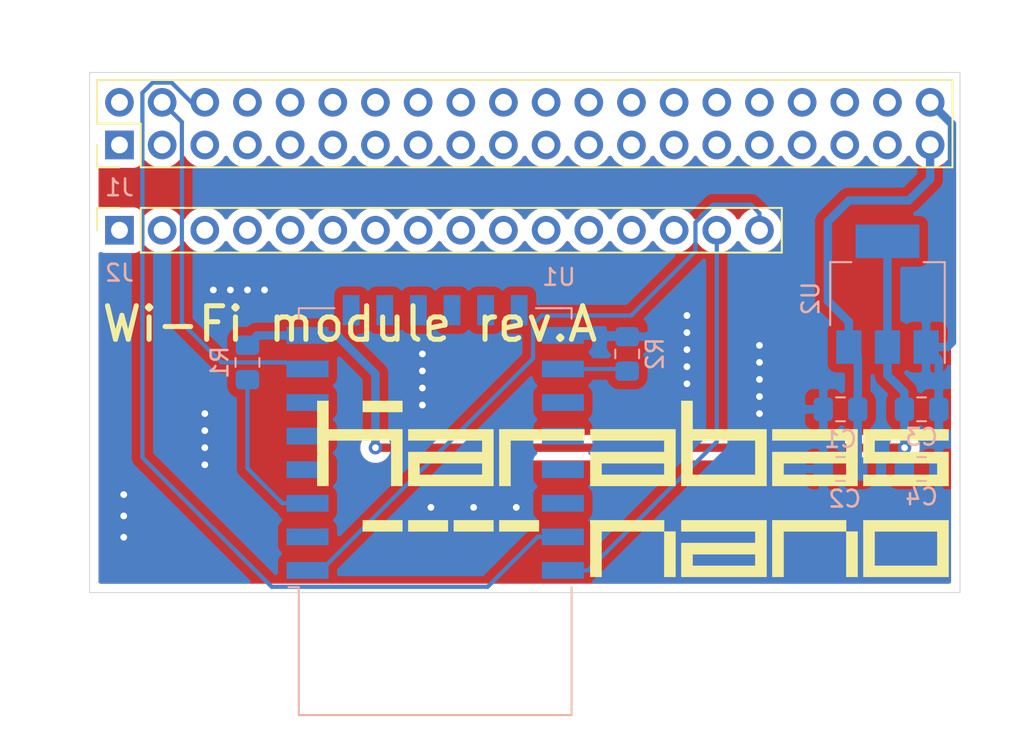
<source format=kicad_pcb>
(kicad_pcb (version 20171130) (host pcbnew 5.1.5-52549c5~86~ubuntu18.04.1)

  (general
    (thickness 1.6)
    (drawings 5)
    (tracks 97)
    (zones 0)
    (modules 11)
    (nets 74)
  )

  (page A4)
  (layers
    (0 F.Cu signal)
    (31 B.Cu signal)
    (32 B.Adhes user)
    (33 F.Adhes user)
    (34 B.Paste user)
    (35 F.Paste user)
    (36 B.SilkS user)
    (37 F.SilkS user)
    (38 B.Mask user)
    (39 F.Mask user)
    (40 Dwgs.User user)
    (41 Cmts.User user)
    (42 Eco1.User user)
    (43 Eco2.User user)
    (44 Edge.Cuts user)
    (45 Margin user)
    (46 B.CrtYd user)
    (47 F.CrtYd user)
    (48 B.Fab user)
    (49 F.Fab user)
  )

  (setup
    (last_trace_width 0.25)
    (user_trace_width 0.25)
    (user_trace_width 0.3)
    (user_trace_width 0.5)
    (trace_clearance 0.2)
    (zone_clearance 0.508)
    (zone_45_only no)
    (trace_min 0.2)
    (via_size 0.8)
    (via_drill 0.4)
    (via_min_size 0.4)
    (via_min_drill 0.3)
    (uvia_size 0.3)
    (uvia_drill 0.1)
    (uvias_allowed no)
    (uvia_min_size 0.2)
    (uvia_min_drill 0.1)
    (edge_width 0.05)
    (segment_width 0.2)
    (pcb_text_width 0.3)
    (pcb_text_size 1.5 1.5)
    (mod_edge_width 0.12)
    (mod_text_size 1 1)
    (mod_text_width 0.15)
    (pad_size 1.524 1.524)
    (pad_drill 0.762)
    (pad_to_mask_clearance 0.051)
    (solder_mask_min_width 0.25)
    (aux_axis_origin 0 0)
    (visible_elements FFFFFF7F)
    (pcbplotparams
      (layerselection 0x010fc_ffffffff)
      (usegerberextensions false)
      (usegerberattributes false)
      (usegerberadvancedattributes false)
      (creategerberjobfile false)
      (excludeedgelayer true)
      (linewidth 0.100000)
      (plotframeref false)
      (viasonmask false)
      (mode 1)
      (useauxorigin false)
      (hpglpennumber 1)
      (hpglpenspeed 20)
      (hpglpendiameter 15.000000)
      (psnegative false)
      (psa4output false)
      (plotreference true)
      (plotvalue true)
      (plotinvisibletext false)
      (padsonsilk false)
      (subtractmaskfromsilk false)
      (outputformat 1)
      (mirror false)
      (drillshape 0)
      (scaleselection 1)
      (outputdirectory "gerbers"))
  )

  (net 0 "")
  (net 1 GND)
  (net 2 VCC)
  (net 3 +3V3)
  (net 4 "Net-(J1-Pad38)")
  (net 5 "Net-(J1-Pad37)")
  (net 6 "Net-(J1-Pad36)")
  (net 7 "Net-(J1-Pad35)")
  (net 8 "Net-(J1-Pad34)")
  (net 9 "Net-(J1-Pad33)")
  (net 10 "Net-(J1-Pad32)")
  (net 11 "Net-(J1-Pad31)")
  (net 12 "Net-(J1-Pad30)")
  (net 13 "Net-(J1-Pad29)")
  (net 14 "Net-(J1-Pad28)")
  (net 15 "Net-(J1-Pad27)")
  (net 16 "Net-(J1-Pad26)")
  (net 17 "Net-(J1-Pad25)")
  (net 18 "Net-(J1-Pad24)")
  (net 19 "Net-(J1-Pad23)")
  (net 20 "Net-(J1-Pad22)")
  (net 21 "Net-(J1-Pad21)")
  (net 22 "Net-(J1-Pad20)")
  (net 23 "Net-(J1-Pad19)")
  (net 24 "Net-(J1-Pad18)")
  (net 25 "Net-(J1-Pad17)")
  (net 26 "Net-(J1-Pad16)")
  (net 27 "Net-(J1-Pad15)")
  (net 28 "Net-(J1-Pad14)")
  (net 29 "Net-(J1-Pad13)")
  (net 30 "Net-(J1-Pad12)")
  (net 31 "Net-(J1-Pad11)")
  (net 32 "Net-(J1-Pad10)")
  (net 33 "Net-(J1-Pad9)")
  (net 34 "Net-(J1-Pad8)")
  (net 35 "Net-(J1-Pad7)")
  (net 36 UART_TX)
  (net 37 "Net-(J1-Pad5)")
  (net 38 UART_CTS)
  (net 39 "Net-(J1-Pad3)")
  (net 40 "Net-(J1-Pad2)")
  (net 41 "Net-(J1-Pad1)")
  (net 42 ~RESET)
  (net 43 UART_RX)
  (net 44 "Net-(J2-Pad14)")
  (net 45 "Net-(J2-Pad13)")
  (net 46 "Net-(J2-Pad12)")
  (net 47 "Net-(J2-Pad11)")
  (net 48 "Net-(J2-Pad10)")
  (net 49 "Net-(J2-Pad9)")
  (net 50 "Net-(J2-Pad8)")
  (net 51 "Net-(J2-Pad7)")
  (net 52 "Net-(J2-Pad6)")
  (net 53 "Net-(J2-Pad5)")
  (net 54 "Net-(J2-Pad4)")
  (net 55 "Net-(J2-Pad3)")
  (net 56 "Net-(J2-Pad2)")
  (net 57 "Net-(J2-Pad1)")
  (net 58 "Net-(R1-Pad2)")
  (net 59 "Net-(R2-Pad1)")
  (net 60 "Net-(U1-Pad20)")
  (net 61 "Net-(U1-Pad19)")
  (net 62 "Net-(U1-Pad18)")
  (net 63 "Net-(U1-Pad17)")
  (net 64 "Net-(U1-Pad14)")
  (net 65 "Net-(U1-Pad13)")
  (net 66 "Net-(U1-Pad12)")
  (net 67 "Net-(U1-Pad11)")
  (net 68 "Net-(U1-Pad10)")
  (net 69 "Net-(U1-Pad9)")
  (net 70 "Net-(U1-Pad6)")
  (net 71 "Net-(U1-Pad5)")
  (net 72 "Net-(U1-Pad4)")
  (net 73 "Net-(U1-Pad2)")

  (net_class Default "This is the default net class."
    (clearance 0.2)
    (trace_width 0.25)
    (via_dia 0.8)
    (via_drill 0.4)
    (uvia_dia 0.3)
    (uvia_drill 0.1)
    (add_net +3V3)
    (add_net GND)
    (add_net "Net-(J1-Pad1)")
    (add_net "Net-(J1-Pad10)")
    (add_net "Net-(J1-Pad11)")
    (add_net "Net-(J1-Pad12)")
    (add_net "Net-(J1-Pad13)")
    (add_net "Net-(J1-Pad14)")
    (add_net "Net-(J1-Pad15)")
    (add_net "Net-(J1-Pad16)")
    (add_net "Net-(J1-Pad17)")
    (add_net "Net-(J1-Pad18)")
    (add_net "Net-(J1-Pad19)")
    (add_net "Net-(J1-Pad2)")
    (add_net "Net-(J1-Pad20)")
    (add_net "Net-(J1-Pad21)")
    (add_net "Net-(J1-Pad22)")
    (add_net "Net-(J1-Pad23)")
    (add_net "Net-(J1-Pad24)")
    (add_net "Net-(J1-Pad25)")
    (add_net "Net-(J1-Pad26)")
    (add_net "Net-(J1-Pad27)")
    (add_net "Net-(J1-Pad28)")
    (add_net "Net-(J1-Pad29)")
    (add_net "Net-(J1-Pad3)")
    (add_net "Net-(J1-Pad30)")
    (add_net "Net-(J1-Pad31)")
    (add_net "Net-(J1-Pad32)")
    (add_net "Net-(J1-Pad33)")
    (add_net "Net-(J1-Pad34)")
    (add_net "Net-(J1-Pad35)")
    (add_net "Net-(J1-Pad36)")
    (add_net "Net-(J1-Pad37)")
    (add_net "Net-(J1-Pad38)")
    (add_net "Net-(J1-Pad5)")
    (add_net "Net-(J1-Pad7)")
    (add_net "Net-(J1-Pad8)")
    (add_net "Net-(J1-Pad9)")
    (add_net "Net-(J2-Pad1)")
    (add_net "Net-(J2-Pad10)")
    (add_net "Net-(J2-Pad11)")
    (add_net "Net-(J2-Pad12)")
    (add_net "Net-(J2-Pad13)")
    (add_net "Net-(J2-Pad14)")
    (add_net "Net-(J2-Pad2)")
    (add_net "Net-(J2-Pad3)")
    (add_net "Net-(J2-Pad4)")
    (add_net "Net-(J2-Pad5)")
    (add_net "Net-(J2-Pad6)")
    (add_net "Net-(J2-Pad7)")
    (add_net "Net-(J2-Pad8)")
    (add_net "Net-(J2-Pad9)")
    (add_net "Net-(R1-Pad2)")
    (add_net "Net-(R2-Pad1)")
    (add_net "Net-(U1-Pad10)")
    (add_net "Net-(U1-Pad11)")
    (add_net "Net-(U1-Pad12)")
    (add_net "Net-(U1-Pad13)")
    (add_net "Net-(U1-Pad14)")
    (add_net "Net-(U1-Pad17)")
    (add_net "Net-(U1-Pad18)")
    (add_net "Net-(U1-Pad19)")
    (add_net "Net-(U1-Pad2)")
    (add_net "Net-(U1-Pad20)")
    (add_net "Net-(U1-Pad4)")
    (add_net "Net-(U1-Pad5)")
    (add_net "Net-(U1-Pad6)")
    (add_net "Net-(U1-Pad9)")
    (add_net UART_CTS)
    (add_net UART_RX)
    (add_net UART_TX)
    (add_net VCC)
    (add_net ~RESET)
  )

  (module karabas:karabas_nano_logo (layer F.Cu) (tedit 0) (tstamp 5E90AAA3)
    (at 83.566 92.456)
    (fp_text reference G*** (at 0 0) (layer F.SilkS) hide
      (effects (font (size 1.524 1.524) (thickness 0.3)))
    )
    (fp_text value LOGO (at 0.75 0) (layer F.SilkS) hide
      (effects (font (size 1.524 1.524) (thickness 0.3)))
    )
    (fp_poly (pts (xy -13.885333 -4.402666) (xy -16.256 -4.402666) (xy -16.256 -5.08) (xy -13.885333 -5.08)
      (xy -13.885333 -4.402666)) (layer F.SilkS) (width 0.01))
    (fp_poly (pts (xy 18.626667 -2.709333) (xy 14.224 -2.709333) (xy 14.224 -2.032) (xy 18.626667 -2.032)
      (xy 18.626667 0) (xy 13.546667 0) (xy 13.546667 -0.677333) (xy 17.949333 -0.677333)
      (xy 17.949333 -1.354666) (xy 13.546667 -1.354666) (xy 13.546667 -3.386666) (xy 18.626667 -3.386666)
      (xy 18.626667 -2.709333)) (layer F.SilkS) (width 0.01))
    (fp_poly (pts (xy 13.208 0) (xy 8.128 0) (xy 8.128 -1.354666) (xy 8.805333 -1.354666)
      (xy 8.805333 -0.677333) (xy 12.530667 -0.677333) (xy 12.530667 -1.354666) (xy 8.805333 -1.354666)
      (xy 8.128 -1.354666) (xy 8.128 -2.032) (xy 12.530667 -2.032) (xy 12.530667 -2.709333)
      (xy 8.128 -2.709333) (xy 8.128 -3.386666) (xy 13.208 -3.386666) (xy 13.208 0)) (layer F.SilkS) (width 0.01))
    (fp_poly (pts (xy 3.386667 -3.386666) (xy 7.789333 -3.386666) (xy 7.789333 0) (xy 2.709333 0)
      (xy 2.709333 -2.709333) (xy 3.386667 -2.709333) (xy 3.386667 -0.677333) (xy 7.112 -0.677333)
      (xy 7.112 -2.709333) (xy 3.386667 -2.709333) (xy 2.709333 -2.709333) (xy 2.709333 -5.08)
      (xy 3.386667 -5.08) (xy 3.386667 -3.386666)) (layer F.SilkS) (width 0.01))
    (fp_poly (pts (xy 2.370667 0) (xy -2.709333 0) (xy -2.709333 -1.354666) (xy -2.032 -1.354666)
      (xy -2.032 -0.677333) (xy 1.693333 -0.677333) (xy 1.693333 -1.354666) (xy -2.032 -1.354666)
      (xy -2.709333 -1.354666) (xy -2.709333 -2.032) (xy 1.693333 -2.032) (xy 1.693333 -2.709333)
      (xy -2.709333 -2.709333) (xy -2.709333 -3.386666) (xy 2.370667 -3.386666) (xy 2.370667 0)) (layer F.SilkS) (width 0.01))
    (fp_poly (pts (xy -3.048 -2.709333) (xy -7.450667 -2.709333) (xy -7.450667 0) (xy -8.128 0)
      (xy -8.128 -3.386666) (xy -3.048 -3.386666) (xy -3.048 -2.709333)) (layer F.SilkS) (width 0.01))
    (fp_poly (pts (xy -8.466667 0) (xy -13.546667 0) (xy -13.546667 -1.354666) (xy -12.869333 -1.354666)
      (xy -12.869333 -0.677333) (xy -9.144 -0.677333) (xy -9.144 -1.354666) (xy -12.869333 -1.354666)
      (xy -13.546667 -1.354666) (xy -13.546667 -2.032) (xy -9.144 -2.032) (xy -9.144 -2.709333)
      (xy -13.546667 -2.709333) (xy -13.546667 -3.386666) (xy -8.466667 -3.386666) (xy -8.466667 0)) (layer F.SilkS) (width 0.01))
    (fp_poly (pts (xy -18.288 -3.386666) (xy -13.885333 -3.386666) (xy -13.885333 0) (xy -14.562667 0)
      (xy -14.562667 -2.709333) (xy -18.288 -2.709333) (xy -18.288 0) (xy -18.965333 0)
      (xy -18.965333 -5.08) (xy -18.288 -5.08) (xy -18.288 -3.386666)) (layer F.SilkS) (width 0.01))
    (fp_poly (pts (xy -5.757333 2.709334) (xy -8.128 2.709334) (xy -8.128 2.032) (xy -5.757333 2.032)
      (xy -5.757333 2.709334)) (layer F.SilkS) (width 0.01))
    (fp_poly (pts (xy -8.466667 2.709334) (xy -10.837333 2.709334) (xy -10.837333 2.032) (xy -8.466667 2.032)
      (xy -8.466667 2.709334)) (layer F.SilkS) (width 0.01))
    (fp_poly (pts (xy -11.176 2.709334) (xy -13.546667 2.709334) (xy -13.546667 2.032) (xy -11.176 2.032)
      (xy -11.176 2.709334)) (layer F.SilkS) (width 0.01))
    (fp_poly (pts (xy -13.885333 2.709334) (xy -16.256 2.709334) (xy -16.256 2.032) (xy -13.885333 2.032)
      (xy -13.885333 2.709334)) (layer F.SilkS) (width 0.01))
    (fp_poly (pts (xy 18.626667 5.418667) (xy 13.546667 5.418667) (xy 13.546667 2.709334) (xy 14.224 2.709334)
      (xy 14.224 4.741334) (xy 17.949333 4.741334) (xy 17.949333 2.709334) (xy 14.224 2.709334)
      (xy 13.546667 2.709334) (xy 13.546667 2.032) (xy 18.626667 2.032) (xy 18.626667 5.418667)) (layer F.SilkS) (width 0.01))
    (fp_poly (pts (xy 12.530667 2.709334) (xy 8.805333 2.709334) (xy 8.805333 5.418667) (xy 8.128 5.418667)
      (xy 8.128 2.032) (xy 12.530667 2.032) (xy 12.530667 2.709334)) (layer F.SilkS) (width 0.01))
    (fp_poly (pts (xy 13.208 5.418667) (xy 12.530667 5.418667) (xy 12.530667 2.709334) (xy 13.208 2.709334)
      (xy 13.208 5.418667)) (layer F.SilkS) (width 0.01))
    (fp_poly (pts (xy 7.789333 5.418667) (xy 2.709333 5.418667) (xy 2.709333 4.064) (xy 3.386667 4.064)
      (xy 3.386667 4.741334) (xy 7.112 4.741334) (xy 7.112 4.064) (xy 3.386667 4.064)
      (xy 2.709333 4.064) (xy 2.709333 3.386667) (xy 7.112 3.386667) (xy 7.112 2.709334)
      (xy 2.709333 2.709334) (xy 2.709333 2.032) (xy 7.789333 2.032) (xy 7.789333 5.418667)) (layer F.SilkS) (width 0.01))
    (fp_poly (pts (xy 1.693333 2.709334) (xy -2.032 2.709334) (xy -2.032 5.418667) (xy -2.709333 5.418667)
      (xy -2.709333 2.032) (xy 1.693333 2.032) (xy 1.693333 2.709334)) (layer F.SilkS) (width 0.01))
    (fp_poly (pts (xy 2.370667 5.418667) (xy 1.693333 5.418667) (xy 1.693333 2.709334) (xy 2.370667 2.709334)
      (xy 2.370667 5.418667)) (layer F.SilkS) (width 0.01))
  )

  (module Connector_PinHeader_2.54mm:PinHeader_2x20_P2.54mm_Vertical (layer F.Cu) (tedit 59FED5CC) (tstamp 5E902578)
    (at 52.832 72.136 90)
    (descr "Through hole straight pin header, 2x20, 2.54mm pitch, double rows")
    (tags "Through hole pin header THT 2x20 2.54mm double row")
    (path /5E9026EA)
    (fp_text reference J1 (at -2.54 0) (layer B.SilkS)
      (effects (font (size 1 1) (thickness 0.15)) (justify mirror))
    )
    (fp_text value "ZX BUS" (at 1.27 50.59 90) (layer F.Fab)
      (effects (font (size 1 1) (thickness 0.15)))
    )
    (fp_text user %R (at 1.27 24.13) (layer F.Fab)
      (effects (font (size 1 1) (thickness 0.15)))
    )
    (fp_line (start 4.35 -1.8) (end -1.8 -1.8) (layer F.CrtYd) (width 0.05))
    (fp_line (start 4.35 50.05) (end 4.35 -1.8) (layer F.CrtYd) (width 0.05))
    (fp_line (start -1.8 50.05) (end 4.35 50.05) (layer F.CrtYd) (width 0.05))
    (fp_line (start -1.8 -1.8) (end -1.8 50.05) (layer F.CrtYd) (width 0.05))
    (fp_line (start -1.33 -1.33) (end 0 -1.33) (layer F.SilkS) (width 0.12))
    (fp_line (start -1.33 0) (end -1.33 -1.33) (layer F.SilkS) (width 0.12))
    (fp_line (start 1.27 -1.33) (end 3.87 -1.33) (layer F.SilkS) (width 0.12))
    (fp_line (start 1.27 1.27) (end 1.27 -1.33) (layer F.SilkS) (width 0.12))
    (fp_line (start -1.33 1.27) (end 1.27 1.27) (layer F.SilkS) (width 0.12))
    (fp_line (start 3.87 -1.33) (end 3.87 49.59) (layer F.SilkS) (width 0.12))
    (fp_line (start -1.33 1.27) (end -1.33 49.59) (layer F.SilkS) (width 0.12))
    (fp_line (start -1.33 49.59) (end 3.87 49.59) (layer F.SilkS) (width 0.12))
    (fp_line (start -1.27 0) (end 0 -1.27) (layer F.Fab) (width 0.1))
    (fp_line (start -1.27 49.53) (end -1.27 0) (layer F.Fab) (width 0.1))
    (fp_line (start 3.81 49.53) (end -1.27 49.53) (layer F.Fab) (width 0.1))
    (fp_line (start 3.81 -1.27) (end 3.81 49.53) (layer F.Fab) (width 0.1))
    (fp_line (start 0 -1.27) (end 3.81 -1.27) (layer F.Fab) (width 0.1))
    (pad 40 thru_hole oval (at 2.54 48.26 90) (size 1.7 1.7) (drill 1) (layers *.Cu *.Mask)
      (net 1 GND))
    (pad 39 thru_hole oval (at 0 48.26 90) (size 1.7 1.7) (drill 1) (layers *.Cu *.Mask)
      (net 2 VCC))
    (pad 38 thru_hole oval (at 2.54 45.72 90) (size 1.7 1.7) (drill 1) (layers *.Cu *.Mask)
      (net 4 "Net-(J1-Pad38)"))
    (pad 37 thru_hole oval (at 0 45.72 90) (size 1.7 1.7) (drill 1) (layers *.Cu *.Mask)
      (net 5 "Net-(J1-Pad37)"))
    (pad 36 thru_hole oval (at 2.54 43.18 90) (size 1.7 1.7) (drill 1) (layers *.Cu *.Mask)
      (net 6 "Net-(J1-Pad36)"))
    (pad 35 thru_hole oval (at 0 43.18 90) (size 1.7 1.7) (drill 1) (layers *.Cu *.Mask)
      (net 7 "Net-(J1-Pad35)"))
    (pad 34 thru_hole oval (at 2.54 40.64 90) (size 1.7 1.7) (drill 1) (layers *.Cu *.Mask)
      (net 8 "Net-(J1-Pad34)"))
    (pad 33 thru_hole oval (at 0 40.64 90) (size 1.7 1.7) (drill 1) (layers *.Cu *.Mask)
      (net 9 "Net-(J1-Pad33)"))
    (pad 32 thru_hole oval (at 2.54 38.1 90) (size 1.7 1.7) (drill 1) (layers *.Cu *.Mask)
      (net 10 "Net-(J1-Pad32)"))
    (pad 31 thru_hole oval (at 0 38.1 90) (size 1.7 1.7) (drill 1) (layers *.Cu *.Mask)
      (net 11 "Net-(J1-Pad31)"))
    (pad 30 thru_hole oval (at 2.54 35.56 90) (size 1.7 1.7) (drill 1) (layers *.Cu *.Mask)
      (net 12 "Net-(J1-Pad30)"))
    (pad 29 thru_hole oval (at 0 35.56 90) (size 1.7 1.7) (drill 1) (layers *.Cu *.Mask)
      (net 13 "Net-(J1-Pad29)"))
    (pad 28 thru_hole oval (at 2.54 33.02 90) (size 1.7 1.7) (drill 1) (layers *.Cu *.Mask)
      (net 14 "Net-(J1-Pad28)"))
    (pad 27 thru_hole oval (at 0 33.02 90) (size 1.7 1.7) (drill 1) (layers *.Cu *.Mask)
      (net 15 "Net-(J1-Pad27)"))
    (pad 26 thru_hole oval (at 2.54 30.48 90) (size 1.7 1.7) (drill 1) (layers *.Cu *.Mask)
      (net 16 "Net-(J1-Pad26)"))
    (pad 25 thru_hole oval (at 0 30.48 90) (size 1.7 1.7) (drill 1) (layers *.Cu *.Mask)
      (net 17 "Net-(J1-Pad25)"))
    (pad 24 thru_hole oval (at 2.54 27.94 90) (size 1.7 1.7) (drill 1) (layers *.Cu *.Mask)
      (net 18 "Net-(J1-Pad24)"))
    (pad 23 thru_hole oval (at 0 27.94 90) (size 1.7 1.7) (drill 1) (layers *.Cu *.Mask)
      (net 19 "Net-(J1-Pad23)"))
    (pad 22 thru_hole oval (at 2.54 25.4 90) (size 1.7 1.7) (drill 1) (layers *.Cu *.Mask)
      (net 20 "Net-(J1-Pad22)"))
    (pad 21 thru_hole oval (at 0 25.4 90) (size 1.7 1.7) (drill 1) (layers *.Cu *.Mask)
      (net 21 "Net-(J1-Pad21)"))
    (pad 20 thru_hole oval (at 2.54 22.86 90) (size 1.7 1.7) (drill 1) (layers *.Cu *.Mask)
      (net 22 "Net-(J1-Pad20)"))
    (pad 19 thru_hole oval (at 0 22.86 90) (size 1.7 1.7) (drill 1) (layers *.Cu *.Mask)
      (net 23 "Net-(J1-Pad19)"))
    (pad 18 thru_hole oval (at 2.54 20.32 90) (size 1.7 1.7) (drill 1) (layers *.Cu *.Mask)
      (net 24 "Net-(J1-Pad18)"))
    (pad 17 thru_hole oval (at 0 20.32 90) (size 1.7 1.7) (drill 1) (layers *.Cu *.Mask)
      (net 25 "Net-(J1-Pad17)"))
    (pad 16 thru_hole oval (at 2.54 17.78 90) (size 1.7 1.7) (drill 1) (layers *.Cu *.Mask)
      (net 26 "Net-(J1-Pad16)"))
    (pad 15 thru_hole oval (at 0 17.78 90) (size 1.7 1.7) (drill 1) (layers *.Cu *.Mask)
      (net 27 "Net-(J1-Pad15)"))
    (pad 14 thru_hole oval (at 2.54 15.24 90) (size 1.7 1.7) (drill 1) (layers *.Cu *.Mask)
      (net 28 "Net-(J1-Pad14)"))
    (pad 13 thru_hole oval (at 0 15.24 90) (size 1.7 1.7) (drill 1) (layers *.Cu *.Mask)
      (net 29 "Net-(J1-Pad13)"))
    (pad 12 thru_hole oval (at 2.54 12.7 90) (size 1.7 1.7) (drill 1) (layers *.Cu *.Mask)
      (net 30 "Net-(J1-Pad12)"))
    (pad 11 thru_hole oval (at 0 12.7 90) (size 1.7 1.7) (drill 1) (layers *.Cu *.Mask)
      (net 31 "Net-(J1-Pad11)"))
    (pad 10 thru_hole oval (at 2.54 10.16 90) (size 1.7 1.7) (drill 1) (layers *.Cu *.Mask)
      (net 32 "Net-(J1-Pad10)"))
    (pad 9 thru_hole oval (at 0 10.16 90) (size 1.7 1.7) (drill 1) (layers *.Cu *.Mask)
      (net 33 "Net-(J1-Pad9)"))
    (pad 8 thru_hole oval (at 2.54 7.62 90) (size 1.7 1.7) (drill 1) (layers *.Cu *.Mask)
      (net 34 "Net-(J1-Pad8)"))
    (pad 7 thru_hole oval (at 0 7.62 90) (size 1.7 1.7) (drill 1) (layers *.Cu *.Mask)
      (net 35 "Net-(J1-Pad7)"))
    (pad 6 thru_hole oval (at 2.54 5.08 90) (size 1.7 1.7) (drill 1) (layers *.Cu *.Mask)
      (net 36 UART_TX))
    (pad 5 thru_hole oval (at 0 5.08 90) (size 1.7 1.7) (drill 1) (layers *.Cu *.Mask)
      (net 37 "Net-(J1-Pad5)"))
    (pad 4 thru_hole oval (at 2.54 2.54 90) (size 1.7 1.7) (drill 1) (layers *.Cu *.Mask)
      (net 38 UART_CTS))
    (pad 3 thru_hole oval (at 0 2.54 90) (size 1.7 1.7) (drill 1) (layers *.Cu *.Mask)
      (net 39 "Net-(J1-Pad3)"))
    (pad 2 thru_hole oval (at 2.54 0 90) (size 1.7 1.7) (drill 1) (layers *.Cu *.Mask)
      (net 40 "Net-(J1-Pad2)"))
    (pad 1 thru_hole rect (at 0 0 90) (size 1.7 1.7) (drill 1) (layers *.Cu *.Mask)
      (net 41 "Net-(J1-Pad1)"))
    (model ${KISYS3DMOD}/Connector_PinHeader_2.54mm.3dshapes/PinHeader_2x20_P2.54mm_Vertical.wrl
      (at (xyz 0 0 0))
      (scale (xyz 1 1 1))
      (rotate (xyz 0 0 0))
    )
  )

  (module Package_TO_SOT_SMD:SOT-223-3_TabPin2 (layer B.Cu) (tedit 5A02FF57) (tstamp 5E90260F)
    (at 98.552 81.026 90)
    (descr "module CMS SOT223 4 pins")
    (tags "CMS SOT")
    (path /5E90C787)
    (attr smd)
    (fp_text reference U2 (at -0.254 -4.572 270) (layer B.SilkS)
      (effects (font (size 1 1) (thickness 0.15)) (justify mirror))
    )
    (fp_text value AMS1117-3.3 (at 0 -4.5 270) (layer B.Fab)
      (effects (font (size 1 1) (thickness 0.15)) (justify mirror))
    )
    (fp_line (start 1.85 3.35) (end 1.85 -3.35) (layer B.Fab) (width 0.1))
    (fp_line (start -1.85 -3.35) (end 1.85 -3.35) (layer B.Fab) (width 0.1))
    (fp_line (start -4.1 3.41) (end 1.91 3.41) (layer B.SilkS) (width 0.12))
    (fp_line (start -0.85 3.35) (end 1.85 3.35) (layer B.Fab) (width 0.1))
    (fp_line (start -1.85 -3.41) (end 1.91 -3.41) (layer B.SilkS) (width 0.12))
    (fp_line (start -1.85 2.35) (end -1.85 -3.35) (layer B.Fab) (width 0.1))
    (fp_line (start -1.85 2.35) (end -0.85 3.35) (layer B.Fab) (width 0.1))
    (fp_line (start -4.4 3.6) (end -4.4 -3.6) (layer B.CrtYd) (width 0.05))
    (fp_line (start -4.4 -3.6) (end 4.4 -3.6) (layer B.CrtYd) (width 0.05))
    (fp_line (start 4.4 -3.6) (end 4.4 3.6) (layer B.CrtYd) (width 0.05))
    (fp_line (start 4.4 3.6) (end -4.4 3.6) (layer B.CrtYd) (width 0.05))
    (fp_line (start 1.91 3.41) (end 1.91 2.15) (layer B.SilkS) (width 0.12))
    (fp_line (start 1.91 -3.41) (end 1.91 -2.15) (layer B.SilkS) (width 0.12))
    (fp_text user %R (at 0 0) (layer B.Fab)
      (effects (font (size 0.8 0.8) (thickness 0.12)) (justify mirror))
    )
    (pad 1 smd rect (at -3.15 2.3 90) (size 2 1.5) (layers B.Cu B.Paste B.Mask)
      (net 1 GND))
    (pad 3 smd rect (at -3.15 -2.3 90) (size 2 1.5) (layers B.Cu B.Paste B.Mask)
      (net 2 VCC))
    (pad 2 smd rect (at -3.15 0 90) (size 2 1.5) (layers B.Cu B.Paste B.Mask)
      (net 3 +3V3))
    (pad 2 smd rect (at 3.15 0 90) (size 2 3.8) (layers B.Cu B.Paste B.Mask)
      (net 3 +3V3))
    (model ${KISYS3DMOD}/Package_TO_SOT_SMD.3dshapes/SOT-223.wrl
      (at (xyz 0 0 0))
      (scale (xyz 1 1 1))
      (rotate (xyz 0 0 0))
    )
  )

  (module RF_Module:ESP-12E (layer B.Cu) (tedit 5A030172) (tstamp 5E9025F9)
    (at 71.628 93.98)
    (descr "Wi-Fi Module, http://wiki.ai-thinker.com/_media/esp8266/docs/aithinker_esp_12f_datasheet_en.pdf")
    (tags "Wi-Fi Module")
    (path /5E901801)
    (attr smd)
    (fp_text reference U1 (at 7.366 -13.97) (layer B.SilkS)
      (effects (font (size 1 1) (thickness 0.15)) (justify mirror))
    )
    (fp_text value ESP-12E (at -0.06 12.78) (layer B.Fab)
      (effects (font (size 1 1) (thickness 0.15)) (justify mirror))
    )
    (fp_line (start 5.56 4.8) (end 8.12 7.36) (layer Dwgs.User) (width 0.12))
    (fp_line (start 2.56 4.8) (end 8.12 10.36) (layer Dwgs.User) (width 0.12))
    (fp_line (start -0.44 4.8) (end 6.88 12.12) (layer Dwgs.User) (width 0.12))
    (fp_line (start -3.44 4.8) (end 3.88 12.12) (layer Dwgs.User) (width 0.12))
    (fp_line (start -6.44 4.8) (end 0.88 12.12) (layer Dwgs.User) (width 0.12))
    (fp_line (start -8.12 6.12) (end -2.12 12.12) (layer Dwgs.User) (width 0.12))
    (fp_line (start -8.12 9.12) (end -5.12 12.12) (layer Dwgs.User) (width 0.12))
    (fp_line (start -8.12 4.8) (end -8.12 12.12) (layer Dwgs.User) (width 0.12))
    (fp_line (start 8.12 4.8) (end -8.12 4.8) (layer Dwgs.User) (width 0.12))
    (fp_line (start 8.12 12.12) (end 8.12 4.8) (layer Dwgs.User) (width 0.12))
    (fp_line (start -8.12 12.12) (end 8.12 12.12) (layer Dwgs.User) (width 0.12))
    (fp_line (start -8.12 4.5) (end -8.73 4.5) (layer B.SilkS) (width 0.12))
    (fp_line (start -8.12 4.5) (end -8.12 12.12) (layer B.SilkS) (width 0.12))
    (fp_line (start -8.12 -12.12) (end -8.12 -11.5) (layer B.SilkS) (width 0.12))
    (fp_line (start -6 -12.12) (end -8.12 -12.12) (layer B.SilkS) (width 0.12))
    (fp_line (start 8.12 -12.12) (end 6 -12.12) (layer B.SilkS) (width 0.12))
    (fp_line (start 8.12 -11.5) (end 8.12 -12.12) (layer B.SilkS) (width 0.12))
    (fp_line (start 8.12 12.12) (end 8.12 4.5) (layer B.SilkS) (width 0.12))
    (fp_line (start -8.12 12.12) (end 8.12 12.12) (layer B.SilkS) (width 0.12))
    (fp_line (start -9.05 -13.1) (end -9.05 12.2) (layer B.CrtYd) (width 0.05))
    (fp_line (start 9.05 -13.1) (end -9.05 -13.1) (layer B.CrtYd) (width 0.05))
    (fp_line (start 9.05 12.2) (end 9.05 -13.1) (layer B.CrtYd) (width 0.05))
    (fp_line (start -9.05 12.2) (end 9.05 12.2) (layer B.CrtYd) (width 0.05))
    (fp_line (start -8 4) (end -8 12) (layer B.Fab) (width 0.12))
    (fp_line (start -7.5 3.5) (end -8 4) (layer B.Fab) (width 0.12))
    (fp_line (start -8 3) (end -7.5 3.5) (layer B.Fab) (width 0.12))
    (fp_line (start -8 -12) (end -8 3) (layer B.Fab) (width 0.12))
    (fp_line (start 8 -12) (end -8 -12) (layer B.Fab) (width 0.12))
    (fp_line (start 8 12) (end 8 -12) (layer B.Fab) (width 0.12))
    (fp_line (start -8 12) (end 8 12) (layer B.Fab) (width 0.12))
    (fp_text user %R (at 0.49 0.8) (layer B.Fab)
      (effects (font (size 1 1) (thickness 0.15)) (justify mirror))
    )
    (fp_text user "KEEP-OUT ZONE" (at 0.03 9.55 180) (layer Cmts.User)
      (effects (font (size 1 1) (thickness 0.15)))
    )
    (fp_text user Antenna (at -0.06 7 180) (layer Cmts.User)
      (effects (font (size 1 1) (thickness 0.15)))
    )
    (pad 22 smd rect (at 7.6 3.5) (size 2.5 1) (layers B.Cu B.Paste B.Mask)
      (net 43 UART_RX))
    (pad 21 smd rect (at 7.6 1.5) (size 2.5 1) (layers B.Cu B.Paste B.Mask)
      (net 36 UART_TX))
    (pad 20 smd rect (at 7.6 -0.5) (size 2.5 1) (layers B.Cu B.Paste B.Mask)
      (net 60 "Net-(U1-Pad20)"))
    (pad 19 smd rect (at 7.6 -2.5) (size 2.5 1) (layers B.Cu B.Paste B.Mask)
      (net 61 "Net-(U1-Pad19)"))
    (pad 18 smd rect (at 7.6 -4.5) (size 2.5 1) (layers B.Cu B.Paste B.Mask)
      (net 62 "Net-(U1-Pad18)"))
    (pad 17 smd rect (at 7.6 -6.5) (size 2.5 1) (layers B.Cu B.Paste B.Mask)
      (net 63 "Net-(U1-Pad17)"))
    (pad 16 smd rect (at 7.6 -8.5) (size 2.5 1) (layers B.Cu B.Paste B.Mask)
      (net 59 "Net-(R2-Pad1)"))
    (pad 15 smd rect (at 7.6 -10.5) (size 2.5 1) (layers B.Cu B.Paste B.Mask)
      (net 1 GND))
    (pad 14 smd rect (at 5 -12) (size 1 1.8) (layers B.Cu B.Paste B.Mask)
      (net 64 "Net-(U1-Pad14)"))
    (pad 13 smd rect (at 3 -12) (size 1 1.8) (layers B.Cu B.Paste B.Mask)
      (net 65 "Net-(U1-Pad13)"))
    (pad 12 smd rect (at 1 -12) (size 1 1.8) (layers B.Cu B.Paste B.Mask)
      (net 66 "Net-(U1-Pad12)"))
    (pad 11 smd rect (at -1 -12) (size 1 1.8) (layers B.Cu B.Paste B.Mask)
      (net 67 "Net-(U1-Pad11)"))
    (pad 10 smd rect (at -3 -12) (size 1 1.8) (layers B.Cu B.Paste B.Mask)
      (net 68 "Net-(U1-Pad10)"))
    (pad 9 smd rect (at -5 -12) (size 1 1.8) (layers B.Cu B.Paste B.Mask)
      (net 69 "Net-(U1-Pad9)"))
    (pad 8 smd rect (at -7.6 -10.5) (size 2.5 1) (layers B.Cu B.Paste B.Mask)
      (net 3 +3V3))
    (pad 7 smd rect (at -7.6 -8.5) (size 2.5 1) (layers B.Cu B.Paste B.Mask)
      (net 38 UART_CTS))
    (pad 6 smd rect (at -7.6 -6.5) (size 2.5 1) (layers B.Cu B.Paste B.Mask)
      (net 70 "Net-(U1-Pad6)"))
    (pad 5 smd rect (at -7.6 -4.5) (size 2.5 1) (layers B.Cu B.Paste B.Mask)
      (net 71 "Net-(U1-Pad5)"))
    (pad 4 smd rect (at -7.6 -2.5) (size 2.5 1) (layers B.Cu B.Paste B.Mask)
      (net 72 "Net-(U1-Pad4)"))
    (pad 3 smd rect (at -7.6 -0.5) (size 2.5 1) (layers B.Cu B.Paste B.Mask)
      (net 58 "Net-(R1-Pad2)"))
    (pad 2 smd rect (at -7.6 1.5) (size 2.5 1) (layers B.Cu B.Paste B.Mask)
      (net 73 "Net-(U1-Pad2)"))
    (pad 1 smd rect (at -7.6 3.5) (size 2.5 1) (layers B.Cu B.Paste B.Mask)
      (net 42 ~RESET))
    (model ${KISYS3DMOD}/RF_Module.3dshapes/ESP-12E.wrl
      (at (xyz 0 0 0))
      (scale (xyz 1 1 1))
      (rotate (xyz 0 0 0))
    )
  )

  (module Resistor_SMD:R_0805_2012Metric_Pad1.15x1.40mm_HandSolder (layer B.Cu) (tedit 5B36C52B) (tstamp 5E9025BE)
    (at 83.058 84.582 90)
    (descr "Resistor SMD 0805 (2012 Metric), square (rectangular) end terminal, IPC_7351 nominal with elongated pad for handsoldering. (Body size source: https://docs.google.com/spreadsheets/d/1BsfQQcO9C6DZCsRaXUlFlo91Tg2WpOkGARC1WS5S8t0/edit?usp=sharing), generated with kicad-footprint-generator")
    (tags "resistor handsolder")
    (path /5E90B255)
    (attr smd)
    (fp_text reference R2 (at 0 1.65 270) (layer B.SilkS)
      (effects (font (size 1 1) (thickness 0.15)) (justify mirror))
    )
    (fp_text value 10k (at 0 -1.65 270) (layer B.Fab)
      (effects (font (size 1 1) (thickness 0.15)) (justify mirror))
    )
    (fp_text user %R (at 0 0 270) (layer B.Fab)
      (effects (font (size 0.5 0.5) (thickness 0.08)) (justify mirror))
    )
    (fp_line (start 1.85 -0.95) (end -1.85 -0.95) (layer B.CrtYd) (width 0.05))
    (fp_line (start 1.85 0.95) (end 1.85 -0.95) (layer B.CrtYd) (width 0.05))
    (fp_line (start -1.85 0.95) (end 1.85 0.95) (layer B.CrtYd) (width 0.05))
    (fp_line (start -1.85 -0.95) (end -1.85 0.95) (layer B.CrtYd) (width 0.05))
    (fp_line (start -0.261252 -0.71) (end 0.261252 -0.71) (layer B.SilkS) (width 0.12))
    (fp_line (start -0.261252 0.71) (end 0.261252 0.71) (layer B.SilkS) (width 0.12))
    (fp_line (start 1 -0.6) (end -1 -0.6) (layer B.Fab) (width 0.1))
    (fp_line (start 1 0.6) (end 1 -0.6) (layer B.Fab) (width 0.1))
    (fp_line (start -1 0.6) (end 1 0.6) (layer B.Fab) (width 0.1))
    (fp_line (start -1 -0.6) (end -1 0.6) (layer B.Fab) (width 0.1))
    (pad 2 smd roundrect (at 1.025 0 90) (size 1.15 1.4) (layers B.Cu B.Paste B.Mask) (roundrect_rratio 0.217391)
      (net 1 GND))
    (pad 1 smd roundrect (at -1.025 0 90) (size 1.15 1.4) (layers B.Cu B.Paste B.Mask) (roundrect_rratio 0.217391)
      (net 59 "Net-(R2-Pad1)"))
    (model ${KISYS3DMOD}/Resistor_SMD.3dshapes/R_0805_2012Metric.wrl
      (at (xyz 0 0 0))
      (scale (xyz 1 1 1))
      (rotate (xyz 0 0 0))
    )
  )

  (module Resistor_SMD:R_0805_2012Metric_Pad1.15x1.40mm_HandSolder (layer B.Cu) (tedit 5B36C52B) (tstamp 5E9025AD)
    (at 60.452 85.09 270)
    (descr "Resistor SMD 0805 (2012 Metric), square (rectangular) end terminal, IPC_7351 nominal with elongated pad for handsoldering. (Body size source: https://docs.google.com/spreadsheets/d/1BsfQQcO9C6DZCsRaXUlFlo91Tg2WpOkGARC1WS5S8t0/edit?usp=sharing), generated with kicad-footprint-generator")
    (tags "resistor handsolder")
    (path /5E909172)
    (attr smd)
    (fp_text reference R1 (at 0 1.65 270) (layer B.SilkS)
      (effects (font (size 1 1) (thickness 0.15)) (justify mirror))
    )
    (fp_text value 10k (at 0 -1.65 270) (layer B.Fab)
      (effects (font (size 1 1) (thickness 0.15)) (justify mirror))
    )
    (fp_text user %R (at 0 0 270) (layer B.Fab)
      (effects (font (size 0.5 0.5) (thickness 0.08)) (justify mirror))
    )
    (fp_line (start 1.85 -0.95) (end -1.85 -0.95) (layer B.CrtYd) (width 0.05))
    (fp_line (start 1.85 0.95) (end 1.85 -0.95) (layer B.CrtYd) (width 0.05))
    (fp_line (start -1.85 0.95) (end 1.85 0.95) (layer B.CrtYd) (width 0.05))
    (fp_line (start -1.85 -0.95) (end -1.85 0.95) (layer B.CrtYd) (width 0.05))
    (fp_line (start -0.261252 -0.71) (end 0.261252 -0.71) (layer B.SilkS) (width 0.12))
    (fp_line (start -0.261252 0.71) (end 0.261252 0.71) (layer B.SilkS) (width 0.12))
    (fp_line (start 1 -0.6) (end -1 -0.6) (layer B.Fab) (width 0.1))
    (fp_line (start 1 0.6) (end 1 -0.6) (layer B.Fab) (width 0.1))
    (fp_line (start -1 0.6) (end 1 0.6) (layer B.Fab) (width 0.1))
    (fp_line (start -1 -0.6) (end -1 0.6) (layer B.Fab) (width 0.1))
    (pad 2 smd roundrect (at 1.025 0 270) (size 1.15 1.4) (layers B.Cu B.Paste B.Mask) (roundrect_rratio 0.217391)
      (net 58 "Net-(R1-Pad2)"))
    (pad 1 smd roundrect (at -1.025 0 270) (size 1.15 1.4) (layers B.Cu B.Paste B.Mask) (roundrect_rratio 0.217391)
      (net 3 +3V3))
    (model ${KISYS3DMOD}/Resistor_SMD.3dshapes/R_0805_2012Metric.wrl
      (at (xyz 0 0 0))
      (scale (xyz 1 1 1))
      (rotate (xyz 0 0 0))
    )
  )

  (module Connector_PinSocket_2.54mm:PinSocket_1x16_P2.54mm_Vertical (layer F.Cu) (tedit 5A19A41E) (tstamp 5E90259C)
    (at 52.832 77.216 90)
    (descr "Through hole straight socket strip, 1x16, 2.54mm pitch, single row (from Kicad 4.0.7), script generated")
    (tags "Through hole socket strip THT 1x16 2.54mm single row")
    (path /5E904C3F)
    (fp_text reference J2 (at -2.54 0) (layer B.SilkS)
      (effects (font (size 1 1) (thickness 0.15)) (justify mirror))
    )
    (fp_text value "ZX BUS" (at 0 40.87 90) (layer F.Fab)
      (effects (font (size 1 1) (thickness 0.15)))
    )
    (fp_text user %R (at 0 19.05) (layer F.Fab)
      (effects (font (size 1 1) (thickness 0.15)))
    )
    (fp_line (start -1.8 39.9) (end -1.8 -1.8) (layer F.CrtYd) (width 0.05))
    (fp_line (start 1.75 39.9) (end -1.8 39.9) (layer F.CrtYd) (width 0.05))
    (fp_line (start 1.75 -1.8) (end 1.75 39.9) (layer F.CrtYd) (width 0.05))
    (fp_line (start -1.8 -1.8) (end 1.75 -1.8) (layer F.CrtYd) (width 0.05))
    (fp_line (start 0 -1.33) (end 1.33 -1.33) (layer F.SilkS) (width 0.12))
    (fp_line (start 1.33 -1.33) (end 1.33 0) (layer F.SilkS) (width 0.12))
    (fp_line (start 1.33 1.27) (end 1.33 39.43) (layer F.SilkS) (width 0.12))
    (fp_line (start -1.33 39.43) (end 1.33 39.43) (layer F.SilkS) (width 0.12))
    (fp_line (start -1.33 1.27) (end -1.33 39.43) (layer F.SilkS) (width 0.12))
    (fp_line (start -1.33 1.27) (end 1.33 1.27) (layer F.SilkS) (width 0.12))
    (fp_line (start -1.27 39.37) (end -1.27 -1.27) (layer F.Fab) (width 0.1))
    (fp_line (start 1.27 39.37) (end -1.27 39.37) (layer F.Fab) (width 0.1))
    (fp_line (start 1.27 -0.635) (end 1.27 39.37) (layer F.Fab) (width 0.1))
    (fp_line (start 0.635 -1.27) (end 1.27 -0.635) (layer F.Fab) (width 0.1))
    (fp_line (start -1.27 -1.27) (end 0.635 -1.27) (layer F.Fab) (width 0.1))
    (pad 16 thru_hole oval (at 0 38.1 90) (size 1.7 1.7) (drill 1) (layers *.Cu *.Mask)
      (net 42 ~RESET))
    (pad 15 thru_hole oval (at 0 35.56 90) (size 1.7 1.7) (drill 1) (layers *.Cu *.Mask)
      (net 43 UART_RX))
    (pad 14 thru_hole oval (at 0 33.02 90) (size 1.7 1.7) (drill 1) (layers *.Cu *.Mask)
      (net 44 "Net-(J2-Pad14)"))
    (pad 13 thru_hole oval (at 0 30.48 90) (size 1.7 1.7) (drill 1) (layers *.Cu *.Mask)
      (net 45 "Net-(J2-Pad13)"))
    (pad 12 thru_hole oval (at 0 27.94 90) (size 1.7 1.7) (drill 1) (layers *.Cu *.Mask)
      (net 46 "Net-(J2-Pad12)"))
    (pad 11 thru_hole oval (at 0 25.4 90) (size 1.7 1.7) (drill 1) (layers *.Cu *.Mask)
      (net 47 "Net-(J2-Pad11)"))
    (pad 10 thru_hole oval (at 0 22.86 90) (size 1.7 1.7) (drill 1) (layers *.Cu *.Mask)
      (net 48 "Net-(J2-Pad10)"))
    (pad 9 thru_hole oval (at 0 20.32 90) (size 1.7 1.7) (drill 1) (layers *.Cu *.Mask)
      (net 49 "Net-(J2-Pad9)"))
    (pad 8 thru_hole oval (at 0 17.78 90) (size 1.7 1.7) (drill 1) (layers *.Cu *.Mask)
      (net 50 "Net-(J2-Pad8)"))
    (pad 7 thru_hole oval (at 0 15.24 90) (size 1.7 1.7) (drill 1) (layers *.Cu *.Mask)
      (net 51 "Net-(J2-Pad7)"))
    (pad 6 thru_hole oval (at 0 12.7 90) (size 1.7 1.7) (drill 1) (layers *.Cu *.Mask)
      (net 52 "Net-(J2-Pad6)"))
    (pad 5 thru_hole oval (at 0 10.16 90) (size 1.7 1.7) (drill 1) (layers *.Cu *.Mask)
      (net 53 "Net-(J2-Pad5)"))
    (pad 4 thru_hole oval (at 0 7.62 90) (size 1.7 1.7) (drill 1) (layers *.Cu *.Mask)
      (net 54 "Net-(J2-Pad4)"))
    (pad 3 thru_hole oval (at 0 5.08 90) (size 1.7 1.7) (drill 1) (layers *.Cu *.Mask)
      (net 55 "Net-(J2-Pad3)"))
    (pad 2 thru_hole oval (at 0 2.54 90) (size 1.7 1.7) (drill 1) (layers *.Cu *.Mask)
      (net 56 "Net-(J2-Pad2)"))
    (pad 1 thru_hole rect (at 0 0 90) (size 1.7 1.7) (drill 1) (layers *.Cu *.Mask)
      (net 57 "Net-(J2-Pad1)"))
    (model ${KISYS3DMOD}/Connector_PinSocket_2.54mm.3dshapes/PinSocket_1x16_P2.54mm_Vertical.wrl
      (at (xyz 0 0 0))
      (scale (xyz 1 1 1))
      (rotate (xyz 0 0 0))
    )
  )

  (module Capacitor_SMD:C_0805_2012Metric_Pad1.15x1.40mm_HandSolder (layer B.Cu) (tedit 5B36C52B) (tstamp 5E90253A)
    (at 100.584 91.44)
    (descr "Capacitor SMD 0805 (2012 Metric), square (rectangular) end terminal, IPC_7351 nominal with elongated pad for handsoldering. (Body size source: https://docs.google.com/spreadsheets/d/1BsfQQcO9C6DZCsRaXUlFlo91Tg2WpOkGARC1WS5S8t0/edit?usp=sharing), generated with kicad-footprint-generator")
    (tags "capacitor handsolder")
    (path /5E910658)
    (attr smd)
    (fp_text reference C4 (at 0 1.65) (layer B.SilkS)
      (effects (font (size 1 1) (thickness 0.15)) (justify mirror))
    )
    (fp_text value 100nF (at 0 -1.65) (layer B.Fab)
      (effects (font (size 1 1) (thickness 0.15)) (justify mirror))
    )
    (fp_text user %R (at 0 0) (layer B.Fab)
      (effects (font (size 0.5 0.5) (thickness 0.08)) (justify mirror))
    )
    (fp_line (start 1.85 -0.95) (end -1.85 -0.95) (layer B.CrtYd) (width 0.05))
    (fp_line (start 1.85 0.95) (end 1.85 -0.95) (layer B.CrtYd) (width 0.05))
    (fp_line (start -1.85 0.95) (end 1.85 0.95) (layer B.CrtYd) (width 0.05))
    (fp_line (start -1.85 -0.95) (end -1.85 0.95) (layer B.CrtYd) (width 0.05))
    (fp_line (start -0.261252 -0.71) (end 0.261252 -0.71) (layer B.SilkS) (width 0.12))
    (fp_line (start -0.261252 0.71) (end 0.261252 0.71) (layer B.SilkS) (width 0.12))
    (fp_line (start 1 -0.6) (end -1 -0.6) (layer B.Fab) (width 0.1))
    (fp_line (start 1 0.6) (end 1 -0.6) (layer B.Fab) (width 0.1))
    (fp_line (start -1 0.6) (end 1 0.6) (layer B.Fab) (width 0.1))
    (fp_line (start -1 -0.6) (end -1 0.6) (layer B.Fab) (width 0.1))
    (pad 2 smd roundrect (at 1.025 0) (size 1.15 1.4) (layers B.Cu B.Paste B.Mask) (roundrect_rratio 0.217391)
      (net 1 GND))
    (pad 1 smd roundrect (at -1.025 0) (size 1.15 1.4) (layers B.Cu B.Paste B.Mask) (roundrect_rratio 0.217391)
      (net 3 +3V3))
    (model ${KISYS3DMOD}/Capacitor_SMD.3dshapes/C_0805_2012Metric.wrl
      (at (xyz 0 0 0))
      (scale (xyz 1 1 1))
      (rotate (xyz 0 0 0))
    )
  )

  (module Capacitor_SMD:C_0805_2012Metric_Pad1.15x1.40mm_HandSolder (layer B.Cu) (tedit 5B36C52B) (tstamp 5E902529)
    (at 100.584 87.884)
    (descr "Capacitor SMD 0805 (2012 Metric), square (rectangular) end terminal, IPC_7351 nominal with elongated pad for handsoldering. (Body size source: https://docs.google.com/spreadsheets/d/1BsfQQcO9C6DZCsRaXUlFlo91Tg2WpOkGARC1WS5S8t0/edit?usp=sharing), generated with kicad-footprint-generator")
    (tags "capacitor handsolder")
    (path /5E90FBDF)
    (attr smd)
    (fp_text reference C3 (at 0 1.65) (layer B.SilkS)
      (effects (font (size 1 1) (thickness 0.15)) (justify mirror))
    )
    (fp_text value 1uF (at 0 -1.65) (layer B.Fab)
      (effects (font (size 1 1) (thickness 0.15)) (justify mirror))
    )
    (fp_text user %R (at 0 0) (layer B.Fab)
      (effects (font (size 0.5 0.5) (thickness 0.08)) (justify mirror))
    )
    (fp_line (start 1.85 -0.95) (end -1.85 -0.95) (layer B.CrtYd) (width 0.05))
    (fp_line (start 1.85 0.95) (end 1.85 -0.95) (layer B.CrtYd) (width 0.05))
    (fp_line (start -1.85 0.95) (end 1.85 0.95) (layer B.CrtYd) (width 0.05))
    (fp_line (start -1.85 -0.95) (end -1.85 0.95) (layer B.CrtYd) (width 0.05))
    (fp_line (start -0.261252 -0.71) (end 0.261252 -0.71) (layer B.SilkS) (width 0.12))
    (fp_line (start -0.261252 0.71) (end 0.261252 0.71) (layer B.SilkS) (width 0.12))
    (fp_line (start 1 -0.6) (end -1 -0.6) (layer B.Fab) (width 0.1))
    (fp_line (start 1 0.6) (end 1 -0.6) (layer B.Fab) (width 0.1))
    (fp_line (start -1 0.6) (end 1 0.6) (layer B.Fab) (width 0.1))
    (fp_line (start -1 -0.6) (end -1 0.6) (layer B.Fab) (width 0.1))
    (pad 2 smd roundrect (at 1.025 0) (size 1.15 1.4) (layers B.Cu B.Paste B.Mask) (roundrect_rratio 0.217391)
      (net 1 GND))
    (pad 1 smd roundrect (at -1.025 0) (size 1.15 1.4) (layers B.Cu B.Paste B.Mask) (roundrect_rratio 0.217391)
      (net 3 +3V3))
    (model ${KISYS3DMOD}/Capacitor_SMD.3dshapes/C_0805_2012Metric.wrl
      (at (xyz 0 0 0))
      (scale (xyz 1 1 1))
      (rotate (xyz 0 0 0))
    )
  )

  (module Capacitor_SMD:C_0805_2012Metric_Pad1.15x1.40mm_HandSolder (layer B.Cu) (tedit 5B36C52B) (tstamp 5E902518)
    (at 95.758 91.44 180)
    (descr "Capacitor SMD 0805 (2012 Metric), square (rectangular) end terminal, IPC_7351 nominal with elongated pad for handsoldering. (Body size source: https://docs.google.com/spreadsheets/d/1BsfQQcO9C6DZCsRaXUlFlo91Tg2WpOkGARC1WS5S8t0/edit?usp=sharing), generated with kicad-footprint-generator")
    (tags "capacitor handsolder")
    (path /5E90F54D)
    (attr smd)
    (fp_text reference C2 (at -0.254 -1.778) (layer B.SilkS)
      (effects (font (size 1 1) (thickness 0.15)) (justify mirror))
    )
    (fp_text value 1uF (at 0 -1.65) (layer B.Fab)
      (effects (font (size 1 1) (thickness 0.15)) (justify mirror))
    )
    (fp_text user %R (at 0 0) (layer B.Fab)
      (effects (font (size 0.5 0.5) (thickness 0.08)) (justify mirror))
    )
    (fp_line (start 1.85 -0.95) (end -1.85 -0.95) (layer B.CrtYd) (width 0.05))
    (fp_line (start 1.85 0.95) (end 1.85 -0.95) (layer B.CrtYd) (width 0.05))
    (fp_line (start -1.85 0.95) (end 1.85 0.95) (layer B.CrtYd) (width 0.05))
    (fp_line (start -1.85 -0.95) (end -1.85 0.95) (layer B.CrtYd) (width 0.05))
    (fp_line (start -0.261252 -0.71) (end 0.261252 -0.71) (layer B.SilkS) (width 0.12))
    (fp_line (start -0.261252 0.71) (end 0.261252 0.71) (layer B.SilkS) (width 0.12))
    (fp_line (start 1 -0.6) (end -1 -0.6) (layer B.Fab) (width 0.1))
    (fp_line (start 1 0.6) (end 1 -0.6) (layer B.Fab) (width 0.1))
    (fp_line (start -1 0.6) (end 1 0.6) (layer B.Fab) (width 0.1))
    (fp_line (start -1 -0.6) (end -1 0.6) (layer B.Fab) (width 0.1))
    (pad 2 smd roundrect (at 1.025 0 180) (size 1.15 1.4) (layers B.Cu B.Paste B.Mask) (roundrect_rratio 0.217391)
      (net 1 GND))
    (pad 1 smd roundrect (at -1.025 0 180) (size 1.15 1.4) (layers B.Cu B.Paste B.Mask) (roundrect_rratio 0.217391)
      (net 2 VCC))
    (model ${KISYS3DMOD}/Capacitor_SMD.3dshapes/C_0805_2012Metric.wrl
      (at (xyz 0 0 0))
      (scale (xyz 1 1 1))
      (rotate (xyz 0 0 0))
    )
  )

  (module Capacitor_SMD:C_0805_2012Metric_Pad1.15x1.40mm_HandSolder (layer B.Cu) (tedit 5B36C52B) (tstamp 5E902507)
    (at 95.758 87.884 180)
    (descr "Capacitor SMD 0805 (2012 Metric), square (rectangular) end terminal, IPC_7351 nominal with elongated pad for handsoldering. (Body size source: https://docs.google.com/spreadsheets/d/1BsfQQcO9C6DZCsRaXUlFlo91Tg2WpOkGARC1WS5S8t0/edit?usp=sharing), generated with kicad-footprint-generator")
    (tags "capacitor handsolder")
    (path /5E910165)
    (attr smd)
    (fp_text reference C1 (at 0 -1.778) (layer B.SilkS)
      (effects (font (size 1 1) (thickness 0.15)) (justify mirror))
    )
    (fp_text value 100nF (at 0 -1.65) (layer B.Fab)
      (effects (font (size 1 1) (thickness 0.15)) (justify mirror))
    )
    (fp_text user %R (at 0 0) (layer B.Fab)
      (effects (font (size 0.5 0.5) (thickness 0.08)) (justify mirror))
    )
    (fp_line (start 1.85 -0.95) (end -1.85 -0.95) (layer B.CrtYd) (width 0.05))
    (fp_line (start 1.85 0.95) (end 1.85 -0.95) (layer B.CrtYd) (width 0.05))
    (fp_line (start -1.85 0.95) (end 1.85 0.95) (layer B.CrtYd) (width 0.05))
    (fp_line (start -1.85 -0.95) (end -1.85 0.95) (layer B.CrtYd) (width 0.05))
    (fp_line (start -0.261252 -0.71) (end 0.261252 -0.71) (layer B.SilkS) (width 0.12))
    (fp_line (start -0.261252 0.71) (end 0.261252 0.71) (layer B.SilkS) (width 0.12))
    (fp_line (start 1 -0.6) (end -1 -0.6) (layer B.Fab) (width 0.1))
    (fp_line (start 1 0.6) (end 1 -0.6) (layer B.Fab) (width 0.1))
    (fp_line (start -1 0.6) (end 1 0.6) (layer B.Fab) (width 0.1))
    (fp_line (start -1 -0.6) (end -1 0.6) (layer B.Fab) (width 0.1))
    (pad 2 smd roundrect (at 1.025 0 180) (size 1.15 1.4) (layers B.Cu B.Paste B.Mask) (roundrect_rratio 0.217391)
      (net 1 GND))
    (pad 1 smd roundrect (at -1.025 0 180) (size 1.15 1.4) (layers B.Cu B.Paste B.Mask) (roundrect_rratio 0.217391)
      (net 2 VCC))
    (model ${KISYS3DMOD}/Capacitor_SMD.3dshapes/C_0805_2012Metric.wrl
      (at (xyz 0 0 0))
      (scale (xyz 1 1 1))
      (rotate (xyz 0 0 0))
    )
  )

  (gr_text "Wi-Fi module rev.A\n" (at 66.548 82.804) (layer F.SilkS)
    (effects (font (size 2 2) (thickness 0.3)))
  )
  (gr_line (start 51.054 98.806) (end 51.054 67.818) (layer Edge.Cuts) (width 0.05) (tstamp 5E904960))
  (gr_line (start 102.87 98.806) (end 51.054 98.806) (layer Edge.Cuts) (width 0.05))
  (gr_line (start 102.87 67.818) (end 102.87 98.806) (layer Edge.Cuts) (width 0.05))
  (gr_line (start 51.054 67.818) (end 102.87 67.818) (layer Edge.Cuts) (width 0.05))

  (segment (start 82.981 83.48) (end 83.058 83.557) (width 0.5) (layer B.Cu) (net 1))
  (segment (start 79.228 83.48) (end 82.981 83.48) (width 0.5) (layer B.Cu) (net 1))
  (via (at 86.614 83.312) (size 0.8) (drill 0.4) (layers F.Cu B.Cu) (net 1))
  (via (at 86.614 84.328) (size 0.8) (drill 0.4) (layers F.Cu B.Cu) (net 1) (tstamp 5E904DE0))
  (via (at 86.614 85.344) (size 0.8) (drill 0.4) (layers F.Cu B.Cu) (net 1) (tstamp 5E904DE2))
  (via (at 86.614 86.36) (size 0.8) (drill 0.4) (layers F.Cu B.Cu) (net 1) (tstamp 5E904DE4))
  (via (at 86.614 82.296) (size 0.8) (drill 0.4) (layers F.Cu B.Cu) (net 1) (tstamp 5E904DE6))
  (via (at 90.932 84.074) (size 0.8) (drill 0.4) (layers F.Cu B.Cu) (net 1) (tstamp 5E904DE8))
  (via (at 90.932 85.09) (size 0.8) (drill 0.4) (layers F.Cu B.Cu) (net 1) (tstamp 5E904DEA))
  (via (at 90.932 86.106) (size 0.8) (drill 0.4) (layers F.Cu B.Cu) (net 1) (tstamp 5E904DEC))
  (via (at 90.932 87.122) (size 0.8) (drill 0.4) (layers F.Cu B.Cu) (net 1) (tstamp 5E904DEE))
  (via (at 90.932 88.138) (size 0.8) (drill 0.4) (layers F.Cu B.Cu) (net 1) (tstamp 5E904DF0))
  (segment (start 102.102 84.176) (end 100.852 84.176) (width 0.5) (layer B.Cu) (net 1))
  (segment (start 102.392001 83.885999) (end 102.102 84.176) (width 0.5) (layer B.Cu) (net 1))
  (segment (start 102.392001 70.896001) (end 102.392001 83.885999) (width 0.5) (layer B.Cu) (net 1))
  (segment (start 101.092 69.596) (end 102.392001 70.896001) (width 0.5) (layer B.Cu) (net 1))
  (segment (start 101.609 91.44) (end 101.609 87.884) (width 0.5) (layer B.Cu) (net 1))
  (segment (start 101.609 84.933) (end 100.852 84.176) (width 0.5) (layer B.Cu) (net 1))
  (segment (start 101.609 87.884) (end 101.609 84.933) (width 0.5) (layer B.Cu) (net 1))
  (via (at 71.374 93.726) (size 0.8) (drill 0.4) (layers F.Cu B.Cu) (net 1) (tstamp 5E904F73))
  (via (at 73.914 93.726) (size 0.8) (drill 0.4) (layers F.Cu B.Cu) (net 1) (tstamp 5E904F75))
  (via (at 76.454 93.726) (size 0.8) (drill 0.4) (layers F.Cu B.Cu) (net 1) (tstamp 5E904F77))
  (via (at 53.086 95.504) (size 0.8) (drill 0.4) (layers F.Cu B.Cu) (net 1) (tstamp 5E904F79))
  (via (at 53.086 94.234) (size 0.8) (drill 0.4) (layers F.Cu B.Cu) (net 1) (tstamp 5E904F7B))
  (via (at 53.086 92.964) (size 0.8) (drill 0.4) (layers F.Cu B.Cu) (net 1) (tstamp 5E904F7D))
  (via (at 57.912 91.186) (size 0.8) (drill 0.4) (layers F.Cu B.Cu) (net 1) (tstamp 5E90507D))
  (via (at 57.912 90.17) (size 0.8) (drill 0.4) (layers F.Cu B.Cu) (net 1) (tstamp 5E90507F))
  (via (at 57.912 89.154) (size 0.8) (drill 0.4) (layers F.Cu B.Cu) (net 1) (tstamp 5E905081))
  (via (at 70.866 84.582) (size 0.8) (drill 0.4) (layers F.Cu B.Cu) (net 1) (tstamp 5E905083))
  (via (at 70.866 85.598) (size 0.8) (drill 0.4) (layers F.Cu B.Cu) (net 1) (tstamp 5E905085))
  (via (at 70.866 86.614) (size 0.8) (drill 0.4) (layers F.Cu B.Cu) (net 1) (tstamp 5E905087))
  (via (at 70.866 87.63) (size 0.8) (drill 0.4) (layers F.Cu B.Cu) (net 1) (tstamp 5E905089))
  (via (at 57.912 88.138) (size 0.8) (drill 0.4) (layers F.Cu B.Cu) (net 1) (tstamp 5E90508B))
  (via (at 58.42 80.772) (size 0.8) (drill 0.4) (layers F.Cu B.Cu) (net 1) (tstamp 5E9051C6))
  (via (at 59.436 80.772) (size 0.8) (drill 0.4) (layers F.Cu B.Cu) (net 1) (tstamp 5E9051C8))
  (via (at 60.452 80.772) (size 0.8) (drill 0.4) (layers F.Cu B.Cu) (net 1) (tstamp 5E9051CA))
  (via (at 61.468 80.772) (size 0.8) (drill 0.4) (layers F.Cu B.Cu) (net 1) (tstamp 5E9051CC))
  (segment (start 96.783 91.44) (end 96.783 87.884) (width 0.5) (layer B.Cu) (net 2))
  (segment (start 96.783 84.707) (end 96.252 84.176) (width 0.5) (layer B.Cu) (net 2))
  (segment (start 96.783 87.884) (end 96.783 84.707) (width 0.5) (layer B.Cu) (net 2))
  (segment (start 96.252 82.676) (end 96.252 84.176) (width 0.5) (layer B.Cu) (net 2))
  (segment (start 95.002 81.426) (end 96.252 82.676) (width 0.5) (layer B.Cu) (net 2))
  (segment (start 101.092 72.136) (end 101.092 74.168) (width 0.5) (layer B.Cu) (net 2))
  (segment (start 101.092 74.168) (end 99.822 75.438) (width 0.5) (layer B.Cu) (net 2))
  (segment (start 96.266 75.438) (end 95.002 76.702) (width 0.5) (layer B.Cu) (net 2))
  (segment (start 99.822 75.438) (end 96.266 75.438) (width 0.5) (layer B.Cu) (net 2))
  (segment (start 95.002 76.702) (end 95.002 81.426) (width 0.5) (layer B.Cu) (net 2))
  (segment (start 61.037 83.48) (end 60.452 84.065) (width 0.5) (layer B.Cu) (net 3))
  (segment (start 64.028 83.48) (end 61.037 83.48) (width 0.5) (layer B.Cu) (net 3))
  (segment (start 99.559 87.884) (end 99.559 86.859) (width 0.5) (layer B.Cu) (net 3))
  (segment (start 98.552 85.852) (end 98.552 84.176) (width 0.5) (layer B.Cu) (net 3))
  (segment (start 99.559 86.859) (end 98.552 85.852) (width 0.5) (layer B.Cu) (net 3))
  (segment (start 98.552 84.176) (end 98.552 77.876) (width 0.5) (layer B.Cu) (net 3))
  (segment (start 65.778 83.48) (end 68.072 85.774) (width 0.5) (layer B.Cu) (net 3))
  (segment (start 64.028 83.48) (end 65.778 83.48) (width 0.5) (layer B.Cu) (net 3))
  (via (at 68.072 90.17) (size 0.8) (drill 0.4) (layers F.Cu B.Cu) (net 3))
  (segment (start 68.072 85.774) (end 68.072 90.17) (width 0.5) (layer B.Cu) (net 3))
  (segment (start 68.072 90.17) (end 99.568 90.17) (width 0.5) (layer F.Cu) (net 3))
  (segment (start 99.559 91.44) (end 99.568 90.17) (width 0.5) (layer B.Cu) (net 3))
  (via (at 99.568 90.17) (size 0.8) (drill 0.4) (layers F.Cu B.Cu) (net 3))
  (segment (start 99.568 90.17) (end 99.559 87.884) (width 0.5) (layer B.Cu) (net 3))
  (segment (start 77.728 95.48) (end 79.228 95.48) (width 0.25) (layer B.Cu) (net 36))
  (segment (start 74.75201 98.45599) (end 77.728 95.48) (width 0.25) (layer B.Cu) (net 36))
  (segment (start 61.893489 98.45599) (end 74.75201 98.45599) (width 0.25) (layer B.Cu) (net 36))
  (segment (start 57.111002 69.596) (end 55.936001 68.420999) (width 0.25) (layer B.Cu) (net 36))
  (segment (start 57.912 69.596) (end 57.111002 69.596) (width 0.25) (layer B.Cu) (net 36))
  (segment (start 55.936001 68.420999) (end 54.807999 68.420999) (width 0.25) (layer B.Cu) (net 36))
  (segment (start 54.807999 68.420999) (end 54.196999 69.031999) (width 0.25) (layer B.Cu) (net 36))
  (segment (start 54.196999 90.7595) (end 61.893489 98.45599) (width 0.25) (layer B.Cu) (net 36))
  (segment (start 54.196999 69.031999) (end 54.196999 90.7595) (width 0.25) (layer B.Cu) (net 36))
  (segment (start 63.128 85.48) (end 64.028 85.48) (width 0.25) (layer B.Cu) (net 38))
  (segment (start 62.738 85.09) (end 63.128 85.48) (width 0.25) (layer B.Cu) (net 38))
  (segment (start 58.902415 85.09) (end 62.738 85.09) (width 0.25) (layer B.Cu) (net 38))
  (segment (start 56.547001 82.734586) (end 58.902415 85.09) (width 0.25) (layer B.Cu) (net 38))
  (segment (start 55.372 69.596) (end 56.547001 70.771001) (width 0.25) (layer B.Cu) (net 38))
  (segment (start 56.547001 70.771001) (end 56.547001 82.734586) (width 0.25) (layer B.Cu) (net 38))
  (segment (start 64.826 97.48) (end 64.028 97.48) (width 0.25) (layer B.Cu) (net 42))
  (segment (start 77.453001 82.820999) (end 77.453001 84.852999) (width 0.25) (layer B.Cu) (net 42))
  (segment (start 77.978 82.296) (end 77.453001 82.820999) (width 0.25) (layer B.Cu) (net 42))
  (segment (start 83.292501 82.296) (end 77.978 82.296) (width 0.25) (layer B.Cu) (net 42))
  (segment (start 87.122 78.466501) (end 83.292501 82.296) (width 0.25) (layer B.Cu) (net 42))
  (segment (start 77.453001 84.852999) (end 64.826 97.48) (width 0.25) (layer B.Cu) (net 42))
  (segment (start 88.176998 75.692) (end 90.424 75.692) (width 0.25) (layer B.Cu) (net 42))
  (segment (start 87.122 78.466501) (end 87.122 76.746998) (width 0.25) (layer B.Cu) (net 42))
  (segment (start 87.122 76.746998) (end 88.176998 75.692) (width 0.25) (layer B.Cu) (net 42))
  (segment (start 90.424 75.692) (end 90.932 76.2) (width 0.25) (layer B.Cu) (net 42))
  (segment (start 90.932 76.2) (end 90.932 77.216) (width 0.25) (layer B.Cu) (net 42))
  (segment (start 88.392 89.816) (end 88.392 78.926081) (width 0.25) (layer B.Cu) (net 43))
  (segment (start 80.728 97.48) (end 88.392 89.816) (width 0.25) (layer B.Cu) (net 43))
  (segment (start 79.228 97.48) (end 80.728 97.48) (width 0.25) (layer B.Cu) (net 43))
  (segment (start 88.392 78.926081) (end 88.392 77.216) (width 0.25) (layer B.Cu) (net 43))
  (segment (start 60.452 91.404) (end 60.452 86.69) (width 0.25) (layer B.Cu) (net 58))
  (segment (start 60.452 86.69) (end 60.452 86.115) (width 0.25) (layer B.Cu) (net 58))
  (segment (start 62.528 93.48) (end 60.452 91.404) (width 0.25) (layer B.Cu) (net 58))
  (segment (start 64.028 93.48) (end 62.528 93.48) (width 0.25) (layer B.Cu) (net 58))
  (segment (start 82.931 85.48) (end 83.058 85.607) (width 0.25) (layer B.Cu) (net 59))
  (segment (start 79.228 85.48) (end 82.931 85.48) (width 0.25) (layer B.Cu) (net 59))

  (zone (net 1) (net_name GND) (layer F.Cu) (tstamp 5E90C3F2) (hatch edge 0.508)
    (connect_pads (clearance 0.508))
    (min_thickness 0.254)
    (fill yes (arc_segments 32) (thermal_gap 0.508) (thermal_bridge_width 0.508))
    (polygon
      (pts
        (xy 106.68 101.6) (xy 48.26 101.6) (xy 48.26 66.04) (xy 106.68 66.04)
      )
    )
    (filled_polygon
      (pts
        (xy 99.938525 73.082632) (xy 100.145368 73.289475) (xy 100.388589 73.45199) (xy 100.658842 73.563932) (xy 100.94574 73.621)
        (xy 101.23826 73.621) (xy 101.525158 73.563932) (xy 101.795411 73.45199) (xy 102.038632 73.289475) (xy 102.21 73.118107)
        (xy 102.210001 98.146) (xy 51.714 98.146) (xy 51.714 90.068061) (xy 67.037 90.068061) (xy 67.037 90.271939)
        (xy 67.076774 90.471898) (xy 67.154795 90.660256) (xy 67.268063 90.829774) (xy 67.412226 90.973937) (xy 67.581744 91.087205)
        (xy 67.770102 91.165226) (xy 67.970061 91.205) (xy 68.173939 91.205) (xy 68.373898 91.165226) (xy 68.562256 91.087205)
        (xy 68.610454 91.055) (xy 99.029546 91.055) (xy 99.077744 91.087205) (xy 99.266102 91.165226) (xy 99.466061 91.205)
        (xy 99.669939 91.205) (xy 99.869898 91.165226) (xy 100.058256 91.087205) (xy 100.227774 90.973937) (xy 100.371937 90.829774)
        (xy 100.485205 90.660256) (xy 100.563226 90.471898) (xy 100.603 90.271939) (xy 100.603 90.068061) (xy 100.563226 89.868102)
        (xy 100.485205 89.679744) (xy 100.371937 89.510226) (xy 100.227774 89.366063) (xy 100.058256 89.252795) (xy 99.869898 89.174774)
        (xy 99.669939 89.135) (xy 99.466061 89.135) (xy 99.266102 89.174774) (xy 99.077744 89.252795) (xy 99.029546 89.285)
        (xy 68.610454 89.285) (xy 68.562256 89.252795) (xy 68.373898 89.174774) (xy 68.173939 89.135) (xy 67.970061 89.135)
        (xy 67.770102 89.174774) (xy 67.581744 89.252795) (xy 67.412226 89.366063) (xy 67.268063 89.510226) (xy 67.154795 89.679744)
        (xy 67.076774 89.868102) (xy 67.037 90.068061) (xy 51.714 90.068061) (xy 51.714 78.64277) (xy 51.73782 78.655502)
        (xy 51.857518 78.691812) (xy 51.982 78.704072) (xy 53.682 78.704072) (xy 53.806482 78.691812) (xy 53.92618 78.655502)
        (xy 54.036494 78.596537) (xy 54.133185 78.517185) (xy 54.212537 78.420494) (xy 54.271502 78.31018) (xy 54.293513 78.23762)
        (xy 54.425368 78.369475) (xy 54.668589 78.53199) (xy 54.938842 78.643932) (xy 55.22574 78.701) (xy 55.51826 78.701)
        (xy 55.805158 78.643932) (xy 56.075411 78.53199) (xy 56.318632 78.369475) (xy 56.525475 78.162632) (xy 56.642 77.98824)
        (xy 56.758525 78.162632) (xy 56.965368 78.369475) (xy 57.208589 78.53199) (xy 57.478842 78.643932) (xy 57.76574 78.701)
        (xy 58.05826 78.701) (xy 58.345158 78.643932) (xy 58.615411 78.53199) (xy 58.858632 78.369475) (xy 59.065475 78.162632)
        (xy 59.182 77.98824) (xy 59.298525 78.162632) (xy 59.505368 78.369475) (xy 59.748589 78.53199) (xy 60.018842 78.643932)
        (xy 60.30574 78.701) (xy 60.59826 78.701) (xy 60.885158 78.643932) (xy 61.155411 78.53199) (xy 61.398632 78.369475)
        (xy 61.605475 78.162632) (xy 61.722 77.98824) (xy 61.838525 78.162632) (xy 62.045368 78.369475) (xy 62.288589 78.53199)
        (xy 62.558842 78.643932) (xy 62.84574 78.701) (xy 63.13826 78.701) (xy 63.425158 78.643932) (xy 63.695411 78.53199)
        (xy 63.938632 78.369475) (xy 64.145475 78.162632) (xy 64.262 77.98824) (xy 64.378525 78.162632) (xy 64.585368 78.369475)
        (xy 64.828589 78.53199) (xy 65.098842 78.643932) (xy 65.38574 78.701) (xy 65.67826 78.701) (xy 65.965158 78.643932)
        (xy 66.235411 78.53199) (xy 66.478632 78.369475) (xy 66.685475 78.162632) (xy 66.802 77.98824) (xy 66.918525 78.162632)
        (xy 67.125368 78.369475) (xy 67.368589 78.53199) (xy 67.638842 78.643932) (xy 67.92574 78.701) (xy 68.21826 78.701)
        (xy 68.505158 78.643932) (xy 68.775411 78.53199) (xy 69.018632 78.369475) (xy 69.225475 78.162632) (xy 69.342 77.98824)
        (xy 69.458525 78.162632) (xy 69.665368 78.369475) (xy 69.908589 78.53199) (xy 70.178842 78.643932) (xy 70.46574 78.701)
        (xy 70.75826 78.701) (xy 71.045158 78.643932) (xy 71.315411 78.53199) (xy 71.558632 78.369475) (xy 71.765475 78.162632)
        (xy 71.882 77.98824) (xy 71.998525 78.162632) (xy 72.205368 78.369475) (xy 72.448589 78.53199) (xy 72.718842 78.643932)
        (xy 73.00574 78.701) (xy 73.29826 78.701) (xy 73.585158 78.643932) (xy 73.855411 78.53199) (xy 74.098632 78.369475)
        (xy 74.305475 78.162632) (xy 74.422 77.98824) (xy 74.538525 78.162632) (xy 74.745368 78.369475) (xy 74.988589 78.53199)
        (xy 75.258842 78.643932) (xy 75.54574 78.701) (xy 75.83826 78.701) (xy 76.125158 78.643932) (xy 76.395411 78.53199)
        (xy 76.638632 78.369475) (xy 76.845475 78.162632) (xy 76.962 77.98824) (xy 77.078525 78.162632) (xy 77.285368 78.369475)
        (xy 77.528589 78.53199) (xy 77.798842 78.643932) (xy 78.08574 78.701) (xy 78.37826 78.701) (xy 78.665158 78.643932)
        (xy 78.935411 78.53199) (xy 79.178632 78.369475) (xy 79.385475 78.162632) (xy 79.502 77.98824) (xy 79.618525 78.162632)
        (xy 79.825368 78.369475) (xy 80.068589 78.53199) (xy 80.338842 78.643932) (xy 80.62574 78.701) (xy 80.91826 78.701)
        (xy 81.205158 78.643932) (xy 81.475411 78.53199) (xy 81.718632 78.369475) (xy 81.925475 78.162632) (xy 82.042 77.98824)
        (xy 82.158525 78.162632) (xy 82.365368 78.369475) (xy 82.608589 78.53199) (xy 82.878842 78.643932) (xy 83.16574 78.701)
        (xy 83.45826 78.701) (xy 83.745158 78.643932) (xy 84.015411 78.53199) (xy 84.258632 78.369475) (xy 84.465475 78.162632)
        (xy 84.582 77.98824) (xy 84.698525 78.162632) (xy 84.905368 78.369475) (xy 85.148589 78.53199) (xy 85.418842 78.643932)
        (xy 85.70574 78.701) (xy 85.99826 78.701) (xy 86.285158 78.643932) (xy 86.555411 78.53199) (xy 86.798632 78.369475)
        (xy 87.005475 78.162632) (xy 87.122 77.98824) (xy 87.238525 78.162632) (xy 87.445368 78.369475) (xy 87.688589 78.53199)
        (xy 87.958842 78.643932) (xy 88.24574 78.701) (xy 88.53826 78.701) (xy 88.825158 78.643932) (xy 89.095411 78.53199)
        (xy 89.338632 78.369475) (xy 89.545475 78.162632) (xy 89.662 77.98824) (xy 89.778525 78.162632) (xy 89.985368 78.369475)
        (xy 90.228589 78.53199) (xy 90.498842 78.643932) (xy 90.78574 78.701) (xy 91.07826 78.701) (xy 91.365158 78.643932)
        (xy 91.635411 78.53199) (xy 91.878632 78.369475) (xy 92.085475 78.162632) (xy 92.24799 77.919411) (xy 92.359932 77.649158)
        (xy 92.417 77.36226) (xy 92.417 77.06974) (xy 92.359932 76.782842) (xy 92.24799 76.512589) (xy 92.085475 76.269368)
        (xy 91.878632 76.062525) (xy 91.635411 75.90001) (xy 91.365158 75.788068) (xy 91.07826 75.731) (xy 90.78574 75.731)
        (xy 90.498842 75.788068) (xy 90.228589 75.90001) (xy 89.985368 76.062525) (xy 89.778525 76.269368) (xy 89.662 76.44376)
        (xy 89.545475 76.269368) (xy 89.338632 76.062525) (xy 89.095411 75.90001) (xy 88.825158 75.788068) (xy 88.53826 75.731)
        (xy 88.24574 75.731) (xy 87.958842 75.788068) (xy 87.688589 75.90001) (xy 87.445368 76.062525) (xy 87.238525 76.269368)
        (xy 87.122 76.44376) (xy 87.005475 76.269368) (xy 86.798632 76.062525) (xy 86.555411 75.90001) (xy 86.285158 75.788068)
        (xy 85.99826 75.731) (xy 85.70574 75.731) (xy 85.418842 75.788068) (xy 85.148589 75.90001) (xy 84.905368 76.062525)
        (xy 84.698525 76.269368) (xy 84.582 76.44376) (xy 84.465475 76.269368) (xy 84.258632 76.062525) (xy 84.015411 75.90001)
        (xy 83.745158 75.788068) (xy 83.45826 75.731) (xy 83.16574 75.731) (xy 82.878842 75.788068) (xy 82.608589 75.90001)
        (xy 82.365368 76.062525) (xy 82.158525 76.269368) (xy 82.042 76.44376) (xy 81.925475 76.269368) (xy 81.718632 76.062525)
        (xy 81.475411 75.90001) (xy 81.205158 75.788068) (xy 80.91826 75.731) (xy 80.62574 75.731) (xy 80.338842 75.788068)
        (xy 80.068589 75.90001) (xy 79.825368 76.062525) (xy 79.618525 76.269368) (xy 79.502 76.44376) (xy 79.385475 76.269368)
        (xy 79.178632 76.062525) (xy 78.935411 75.90001) (xy 78.665158 75.788068) (xy 78.37826 75.731) (xy 78.08574 75.731)
        (xy 77.798842 75.788068) (xy 77.528589 75.90001) (xy 77.285368 76.062525) (xy 77.078525 76.269368) (xy 76.962 76.44376)
        (xy 76.845475 76.269368) (xy 76.638632 76.062525) (xy 76.395411 75.90001) (xy 76.125158 75.788068) (xy 75.83826 75.731)
        (xy 75.54574 75.731) (xy 75.258842 75.788068) (xy 74.988589 75.90001) (xy 74.745368 76.062525) (xy 74.538525 76.269368)
        (xy 74.422 76.44376) (xy 74.305475 76.269368) (xy 74.098632 76.062525) (xy 73.855411 75.90001) (xy 73.585158 75.788068)
        (xy 73.29826 75.731) (xy 73.00574 75.731) (xy 72.718842 75.788068) (xy 72.448589 75.90001) (xy 72.205368 76.062525)
        (xy 71.998525 76.269368) (xy 71.882 76.44376) (xy 71.765475 76.269368) (xy 71.558632 76.062525) (xy 71.315411 75.90001)
        (xy 71.045158 75.788068) (xy 70.75826 75.731) (xy 70.46574 75.731) (xy 70.178842 75.788068) (xy 69.908589 75.90001)
        (xy 69.665368 76.062525) (xy 69.458525 76.269368) (xy 69.342 76.44376) (xy 69.225475 76.269368) (xy 69.018632 76.062525)
        (xy 68.775411 75.90001) (xy 68.505158 75.788068) (xy 68.21826 75.731) (xy 67.92574 75.731) (xy 67.638842 75.788068)
        (xy 67.368589 75.90001) (xy 67.125368 76.062525) (xy 66.918525 76.269368) (xy 66.802 76.44376) (xy 66.685475 76.269368)
        (xy 66.478632 76.062525) (xy 66.235411 75.90001) (xy 65.965158 75.788068) (xy 65.67826 75.731) (xy 65.38574 75.731)
        (xy 65.098842 75.788068) (xy 64.828589 75.90001) (xy 64.585368 76.062525) (xy 64.378525 76.269368) (xy 64.262 76.44376)
        (xy 64.145475 76.269368) (xy 63.938632 76.062525) (xy 63.695411 75.90001) (xy 63.425158 75.788068) (xy 63.13826 75.731)
        (xy 62.84574 75.731) (xy 62.558842 75.788068) (xy 62.288589 75.90001) (xy 62.045368 76.062525) (xy 61.838525 76.269368)
        (xy 61.722 76.44376) (xy 61.605475 76.269368) (xy 61.398632 76.062525) (xy 61.155411 75.90001) (xy 60.885158 75.788068)
        (xy 60.59826 75.731) (xy 60.30574 75.731) (xy 60.018842 75.788068) (xy 59.748589 75.90001) (xy 59.505368 76.062525)
        (xy 59.298525 76.269368) (xy 59.182 76.44376) (xy 59.065475 76.269368) (xy 58.858632 76.062525) (xy 58.615411 75.90001)
        (xy 58.345158 75.788068) (xy 58.05826 75.731) (xy 57.76574 75.731) (xy 57.478842 75.788068) (xy 57.208589 75.90001)
        (xy 56.965368 76.062525) (xy 56.758525 76.269368) (xy 56.642 76.44376) (xy 56.525475 76.269368) (xy 56.318632 76.062525)
        (xy 56.075411 75.90001) (xy 55.805158 75.788068) (xy 55.51826 75.731) (xy 55.22574 75.731) (xy 54.938842 75.788068)
        (xy 54.668589 75.90001) (xy 54.425368 76.062525) (xy 54.293513 76.19438) (xy 54.271502 76.12182) (xy 54.212537 76.011506)
        (xy 54.133185 75.914815) (xy 54.036494 75.835463) (xy 53.92618 75.776498) (xy 53.806482 75.740188) (xy 53.682 75.727928)
        (xy 51.982 75.727928) (xy 51.857518 75.740188) (xy 51.73782 75.776498) (xy 51.714 75.78923) (xy 51.714 73.56277)
        (xy 51.73782 73.575502) (xy 51.857518 73.611812) (xy 51.982 73.624072) (xy 53.682 73.624072) (xy 53.806482 73.611812)
        (xy 53.92618 73.575502) (xy 54.036494 73.516537) (xy 54.133185 73.437185) (xy 54.212537 73.340494) (xy 54.271502 73.23018)
        (xy 54.293513 73.15762) (xy 54.425368 73.289475) (xy 54.668589 73.45199) (xy 54.938842 73.563932) (xy 55.22574 73.621)
        (xy 55.51826 73.621) (xy 55.805158 73.563932) (xy 56.075411 73.45199) (xy 56.318632 73.289475) (xy 56.525475 73.082632)
        (xy 56.642 72.90824) (xy 56.758525 73.082632) (xy 56.965368 73.289475) (xy 57.208589 73.45199) (xy 57.478842 73.563932)
        (xy 57.76574 73.621) (xy 58.05826 73.621) (xy 58.345158 73.563932) (xy 58.615411 73.45199) (xy 58.858632 73.289475)
        (xy 59.065475 73.082632) (xy 59.182 72.90824) (xy 59.298525 73.082632) (xy 59.505368 73.289475) (xy 59.748589 73.45199)
        (xy 60.018842 73.563932) (xy 60.30574 73.621) (xy 60.59826 73.621) (xy 60.885158 73.563932) (xy 61.155411 73.45199)
        (xy 61.398632 73.289475) (xy 61.605475 73.082632) (xy 61.722 72.90824) (xy 61.838525 73.082632) (xy 62.045368 73.289475)
        (xy 62.288589 73.45199) (xy 62.558842 73.563932) (xy 62.84574 73.621) (xy 63.13826 73.621) (xy 63.425158 73.563932)
        (xy 63.695411 73.45199) (xy 63.938632 73.289475) (xy 64.145475 73.082632) (xy 64.262 72.90824) (xy 64.378525 73.082632)
        (xy 64.585368 73.289475) (xy 64.828589 73.45199) (xy 65.098842 73.563932) (xy 65.38574 73.621) (xy 65.67826 73.621)
        (xy 65.965158 73.563932) (xy 66.235411 73.45199) (xy 66.478632 73.289475) (xy 66.685475 73.082632) (xy 66.802 72.90824)
        (xy 66.918525 73.082632) (xy 67.125368 73.289475) (xy 67.368589 73.45199) (xy 67.638842 73.563932) (xy 67.92574 73.621)
        (xy 68.21826 73.621) (xy 68.505158 73.563932) (xy 68.775411 73.45199) (xy 69.018632 73.289475) (xy 69.225475 73.082632)
        (xy 69.342 72.90824) (xy 69.458525 73.082632) (xy 69.665368 73.289475) (xy 69.908589 73.45199) (xy 70.178842 73.563932)
        (xy 70.46574 73.621) (xy 70.75826 73.621) (xy 71.045158 73.563932) (xy 71.315411 73.45199) (xy 71.558632 73.289475)
        (xy 71.765475 73.082632) (xy 71.882 72.90824) (xy 71.998525 73.082632) (xy 72.205368 73.289475) (xy 72.448589 73.45199)
        (xy 72.718842 73.563932) (xy 73.00574 73.621) (xy 73.29826 73.621) (xy 73.585158 73.563932) (xy 73.855411 73.45199)
        (xy 74.098632 73.289475) (xy 74.305475 73.082632) (xy 74.422 72.90824) (xy 74.538525 73.082632) (xy 74.745368 73.289475)
        (xy 74.988589 73.45199) (xy 75.258842 73.563932) (xy 75.54574 73.621) (xy 75.83826 73.621) (xy 76.125158 73.563932)
        (xy 76.395411 73.45199) (xy 76.638632 73.289475) (xy 76.845475 73.082632) (xy 76.962 72.90824) (xy 77.078525 73.082632)
        (xy 77.285368 73.289475) (xy 77.528589 73.45199) (xy 77.798842 73.563932) (xy 78.08574 73.621) (xy 78.37826 73.621)
        (xy 78.665158 73.563932) (xy 78.935411 73.45199) (xy 79.178632 73.289475) (xy 79.385475 73.082632) (xy 79.502 72.90824)
        (xy 79.618525 73.082632) (xy 79.825368 73.289475) (xy 80.068589 73.45199) (xy 80.338842 73.563932) (xy 80.62574 73.621)
        (xy 80.91826 73.621) (xy 81.205158 73.563932) (xy 81.475411 73.45199) (xy 81.718632 73.289475) (xy 81.925475 73.082632)
        (xy 82.042 72.90824) (xy 82.158525 73.082632) (xy 82.365368 73.289475) (xy 82.608589 73.45199) (xy 82.878842 73.563932)
        (xy 83.16574 73.621) (xy 83.45826 73.621) (xy 83.745158 73.563932) (xy 84.015411 73.45199) (xy 84.258632 73.289475)
        (xy 84.465475 73.082632) (xy 84.582 72.90824) (xy 84.698525 73.082632) (xy 84.905368 73.289475) (xy 85.148589 73.45199)
        (xy 85.418842 73.563932) (xy 85.70574 73.621) (xy 85.99826 73.621) (xy 86.285158 73.563932) (xy 86.555411 73.45199)
        (xy 86.798632 73.289475) (xy 87.005475 73.082632) (xy 87.122 72.90824) (xy 87.238525 73.082632) (xy 87.445368 73.289475)
        (xy 87.688589 73.45199) (xy 87.958842 73.563932) (xy 88.24574 73.621) (xy 88.53826 73.621) (xy 88.825158 73.563932)
        (xy 89.095411 73.45199) (xy 89.338632 73.289475) (xy 89.545475 73.082632) (xy 89.662 72.90824) (xy 89.778525 73.082632)
        (xy 89.985368 73.289475) (xy 90.228589 73.45199) (xy 90.498842 73.563932) (xy 90.78574 73.621) (xy 91.07826 73.621)
        (xy 91.365158 73.563932) (xy 91.635411 73.45199) (xy 91.878632 73.289475) (xy 92.085475 73.082632) (xy 92.202 72.90824)
        (xy 92.318525 73.082632) (xy 92.525368 73.289475) (xy 92.768589 73.45199) (xy 93.038842 73.563932) (xy 93.32574 73.621)
        (xy 93.61826 73.621) (xy 93.905158 73.563932) (xy 94.175411 73.45199) (xy 94.418632 73.289475) (xy 94.625475 73.082632)
        (xy 94.742 72.90824) (xy 94.858525 73.082632) (xy 95.065368 73.289475) (xy 95.308589 73.45199) (xy 95.578842 73.563932)
        (xy 95.86574 73.621) (xy 96.15826 73.621) (xy 96.445158 73.563932) (xy 96.715411 73.45199) (xy 96.958632 73.289475)
        (xy 97.165475 73.082632) (xy 97.282 72.90824) (xy 97.398525 73.082632) (xy 97.605368 73.289475) (xy 97.848589 73.45199)
        (xy 98.118842 73.563932) (xy 98.40574 73.621) (xy 98.69826 73.621) (xy 98.985158 73.563932) (xy 99.255411 73.45199)
        (xy 99.498632 73.289475) (xy 99.705475 73.082632) (xy 99.822 72.90824)
      )
    )
    (filled_polygon
      (pts
        (xy 101.219 69.469) (xy 101.239 69.469) (xy 101.239 69.723) (xy 101.219 69.723) (xy 101.219 69.743)
        (xy 100.965 69.743) (xy 100.965 69.723) (xy 100.945 69.723) (xy 100.945 69.469) (xy 100.965 69.469)
        (xy 100.965 69.449) (xy 101.219 69.449)
      )
    )
  )
  (zone (net 1) (net_name GND) (layer B.Cu) (tstamp 5E90C3EF) (hatch edge 0.508)
    (connect_pads (clearance 0.508))
    (min_thickness 0.254)
    (fill yes (arc_segments 32) (thermal_gap 0.508) (thermal_bridge_width 0.508))
    (polygon
      (pts
        (xy 104.14 104.14) (xy 45.72 104.14) (xy 45.72 63.5) (xy 104.14 63.5)
      )
    )
    (filled_polygon
      (pts
        (xy 51.73782 78.655502) (xy 51.857518 78.691812) (xy 51.982 78.704072) (xy 53.436999 78.704072) (xy 53.437 90.722167)
        (xy 53.433323 90.7595) (xy 53.437 90.796833) (xy 53.440245 90.829774) (xy 53.447997 90.908485) (xy 53.491453 91.051746)
        (xy 53.562025 91.183776) (xy 53.62049 91.255015) (xy 53.656999 91.299501) (xy 53.685997 91.323299) (xy 60.508697 98.146)
        (xy 51.714 98.146) (xy 51.714 78.64277)
      )
    )
    (filled_polygon
      (pts
        (xy 99.938525 73.082632) (xy 100.145368 73.289475) (xy 100.207001 73.330657) (xy 100.207001 73.80142) (xy 99.455422 74.553)
        (xy 96.309469 74.553) (xy 96.266 74.548719) (xy 96.222531 74.553) (xy 96.222523 74.553) (xy 96.107306 74.564348)
        (xy 96.092509 74.565805) (xy 96.041903 74.581157) (xy 95.925687 74.616411) (xy 95.771941 74.698589) (xy 95.771939 74.69859)
        (xy 95.77194 74.69859) (xy 95.670953 74.781468) (xy 95.670951 74.78147) (xy 95.637183 74.809183) (xy 95.60947 74.842951)
        (xy 94.406956 76.045466) (xy 94.373183 76.073183) (xy 94.262589 76.207942) (xy 94.180411 76.361688) (xy 94.156351 76.441003)
        (xy 94.135283 76.510454) (xy 94.129805 76.528511) (xy 94.117 76.658524) (xy 94.117 76.658531) (xy 94.112719 76.702)
        (xy 94.117 76.745469) (xy 94.117001 81.382521) (xy 94.112719 81.426) (xy 94.129805 81.59949) (xy 94.180412 81.766313)
        (xy 94.26259 81.920059) (xy 94.345468 82.021046) (xy 94.345471 82.021049) (xy 94.373184 82.054817) (xy 94.406951 82.082529)
        (xy 95.050103 82.725682) (xy 94.971463 82.821506) (xy 94.912498 82.93182) (xy 94.876188 83.051518) (xy 94.863928 83.176)
        (xy 94.863928 85.176) (xy 94.876188 85.300482) (xy 94.912498 85.42018) (xy 94.971463 85.530494) (xy 95.050815 85.627185)
        (xy 95.147506 85.706537) (xy 95.25782 85.765502) (xy 95.377518 85.801812) (xy 95.502 85.814072) (xy 95.898001 85.814072)
        (xy 95.898 86.750263) (xy 95.830038 86.806038) (xy 95.824658 86.812594) (xy 95.759185 86.732815) (xy 95.662494 86.653463)
        (xy 95.55218 86.594498) (xy 95.432482 86.558188) (xy 95.308 86.545928) (xy 95.01875 86.549) (xy 94.86 86.70775)
        (xy 94.86 87.757) (xy 94.88 87.757) (xy 94.88 88.011) (xy 94.86 88.011) (xy 94.86 89.06025)
        (xy 95.01875 89.219) (xy 95.308 89.222072) (xy 95.432482 89.209812) (xy 95.55218 89.173502) (xy 95.662494 89.114537)
        (xy 95.759185 89.035185) (xy 95.824658 88.955406) (xy 95.830038 88.961962) (xy 95.898001 89.017738) (xy 95.898 90.306263)
        (xy 95.830038 90.362038) (xy 95.824658 90.368594) (xy 95.759185 90.288815) (xy 95.662494 90.209463) (xy 95.55218 90.150498)
        (xy 95.432482 90.114188) (xy 95.308 90.101928) (xy 95.01875 90.105) (xy 94.86 90.26375) (xy 94.86 91.313)
        (xy 94.88 91.313) (xy 94.88 91.567) (xy 94.86 91.567) (xy 94.86 92.61625) (xy 95.01875 92.775)
        (xy 95.308 92.778072) (xy 95.432482 92.765812) (xy 95.55218 92.729502) (xy 95.662494 92.670537) (xy 95.759185 92.591185)
        (xy 95.824658 92.511406) (xy 95.830038 92.517962) (xy 95.964613 92.628405) (xy 96.118149 92.710472) (xy 96.284745 92.761008)
        (xy 96.457999 92.778072) (xy 97.108001 92.778072) (xy 97.281255 92.761008) (xy 97.447851 92.710472) (xy 97.601387 92.628405)
        (xy 97.735962 92.517962) (xy 97.846405 92.383387) (xy 97.928472 92.229851) (xy 97.979008 92.063255) (xy 97.996072 91.890001)
        (xy 97.996072 90.989999) (xy 97.979008 90.816745) (xy 97.928472 90.650149) (xy 97.846405 90.496613) (xy 97.735962 90.362038)
        (xy 97.668 90.306263) (xy 97.668 89.017737) (xy 97.735962 88.961962) (xy 97.846405 88.827387) (xy 97.928472 88.673851)
        (xy 97.979008 88.507255) (xy 97.996072 88.334001) (xy 97.996072 87.433999) (xy 97.979008 87.260745) (xy 97.928472 87.094149)
        (xy 97.846405 86.940613) (xy 97.735962 86.806038) (xy 97.668 86.750263) (xy 97.668 85.905629) (xy 97.675995 85.986805)
        (xy 97.679805 86.02549) (xy 97.685359 86.043799) (xy 97.730411 86.192312) (xy 97.812589 86.346058) (xy 97.923183 86.480817)
        (xy 97.956956 86.508534) (xy 98.458477 87.010056) (xy 98.413528 87.094149) (xy 98.362992 87.260745) (xy 98.345928 87.433999)
        (xy 98.345928 88.334001) (xy 98.362992 88.507255) (xy 98.413528 88.673851) (xy 98.495595 88.827387) (xy 98.606038 88.961962)
        (xy 98.678472 89.021407) (xy 98.680887 89.634709) (xy 98.650795 89.679744) (xy 98.572774 89.868102) (xy 98.533 90.068061)
        (xy 98.533 90.271939) (xy 98.561674 90.416095) (xy 98.495595 90.496613) (xy 98.413528 90.650149) (xy 98.362992 90.816745)
        (xy 98.345928 90.989999) (xy 98.345928 91.890001) (xy 98.362992 92.063255) (xy 98.413528 92.229851) (xy 98.495595 92.383387)
        (xy 98.606038 92.517962) (xy 98.740613 92.628405) (xy 98.894149 92.710472) (xy 99.060745 92.761008) (xy 99.233999 92.778072)
        (xy 99.884001 92.778072) (xy 100.057255 92.761008) (xy 100.223851 92.710472) (xy 100.377387 92.628405) (xy 100.511962 92.517962)
        (xy 100.517342 92.511406) (xy 100.582815 92.591185) (xy 100.679506 92.670537) (xy 100.78982 92.729502) (xy 100.909518 92.765812)
        (xy 101.034 92.778072) (xy 101.32325 92.775) (xy 101.482 92.61625) (xy 101.482 91.567) (xy 101.462 91.567)
        (xy 101.462 91.313) (xy 101.482 91.313) (xy 101.482 90.26375) (xy 101.32325 90.105) (xy 101.034 90.101928)
        (xy 100.909518 90.114188) (xy 100.78982 90.150498) (xy 100.679506 90.209463) (xy 100.602926 90.27231) (xy 100.603 90.271939)
        (xy 100.603 90.068061) (xy 100.563226 89.868102) (xy 100.485205 89.679744) (xy 100.450874 89.628364) (xy 100.448455 89.014081)
        (xy 100.511962 88.961962) (xy 100.517342 88.955406) (xy 100.582815 89.035185) (xy 100.679506 89.114537) (xy 100.78982 89.173502)
        (xy 100.909518 89.209812) (xy 101.034 89.222072) (xy 101.32325 89.219) (xy 101.482 89.06025) (xy 101.482 88.011)
        (xy 101.462 88.011) (xy 101.462 87.757) (xy 101.482 87.757) (xy 101.482 86.70775) (xy 101.32325 86.549)
        (xy 101.034 86.545928) (xy 100.909518 86.558188) (xy 100.78982 86.594498) (xy 100.679506 86.653463) (xy 100.582815 86.732815)
        (xy 100.517342 86.812594) (xy 100.511962 86.806038) (xy 100.437007 86.744524) (xy 100.431195 86.68551) (xy 100.380589 86.518687)
        (xy 100.298411 86.364941) (xy 100.255411 86.312546) (xy 100.215532 86.263953) (xy 100.21553 86.263951) (xy 100.187817 86.230183)
        (xy 100.154049 86.20247) (xy 99.657385 85.705806) (xy 99.702 85.669191) (xy 99.747506 85.706537) (xy 99.85782 85.765502)
        (xy 99.977518 85.801812) (xy 100.102 85.814072) (xy 100.56625 85.811) (xy 100.725 85.65225) (xy 100.725 84.303)
        (xy 100.705 84.303) (xy 100.705 84.049) (xy 100.725 84.049) (xy 100.725 82.69975) (xy 100.56625 82.541)
        (xy 100.102 82.537928) (xy 99.977518 82.550188) (xy 99.85782 82.586498) (xy 99.747506 82.645463) (xy 99.702 82.682809)
        (xy 99.656494 82.645463) (xy 99.54618 82.586498) (xy 99.437 82.553379) (xy 99.437 79.514072) (xy 100.452 79.514072)
        (xy 100.576482 79.501812) (xy 100.69618 79.465502) (xy 100.806494 79.406537) (xy 100.903185 79.327185) (xy 100.982537 79.230494)
        (xy 101.041502 79.12018) (xy 101.077812 79.000482) (xy 101.090072 78.876) (xy 101.090072 76.876) (xy 101.077812 76.751518)
        (xy 101.041502 76.63182) (xy 100.982537 76.521506) (xy 100.903185 76.424815) (xy 100.806494 76.345463) (xy 100.69618 76.286498)
        (xy 100.576482 76.250188) (xy 100.452 76.237928) (xy 100.202838 76.237928) (xy 100.316059 76.177411) (xy 100.450817 76.066817)
        (xy 100.478534 76.033044) (xy 101.687049 74.82453) (xy 101.720817 74.796817) (xy 101.831411 74.662059) (xy 101.913589 74.508313)
        (xy 101.964195 74.34149) (xy 101.977 74.211477) (xy 101.977 74.211467) (xy 101.981281 74.168001) (xy 101.977 74.124535)
        (xy 101.977 73.330656) (xy 102.038632 73.289475) (xy 102.21 73.118107) (xy 102.21 82.992801) (xy 102.191502 82.93182)
        (xy 102.132537 82.821506) (xy 102.053185 82.724815) (xy 101.956494 82.645463) (xy 101.84618 82.586498) (xy 101.726482 82.550188)
        (xy 101.602 82.537928) (xy 101.13775 82.541) (xy 100.979 82.69975) (xy 100.979 84.049) (xy 100.999 84.049)
        (xy 100.999 84.303) (xy 100.979 84.303) (xy 100.979 85.65225) (xy 101.13775 85.811) (xy 101.602 85.814072)
        (xy 101.726482 85.801812) (xy 101.84618 85.765502) (xy 101.956494 85.706537) (xy 102.053185 85.627185) (xy 102.132537 85.530494)
        (xy 102.191502 85.42018) (xy 102.210001 85.359198) (xy 102.210001 86.548489) (xy 102.184 86.545928) (xy 101.89475 86.549)
        (xy 101.736 86.70775) (xy 101.736 87.757) (xy 101.756 87.757) (xy 101.756 88.011) (xy 101.736 88.011)
        (xy 101.736 89.06025) (xy 101.89475 89.219) (xy 102.184 89.222072) (xy 102.210001 89.219511) (xy 102.210001 90.104489)
        (xy 102.184 90.101928) (xy 101.89475 90.105) (xy 101.736 90.26375) (xy 101.736 91.313) (xy 101.756 91.313)
        (xy 101.756 91.567) (xy 101.736 91.567) (xy 101.736 92.61625) (xy 101.89475 92.775) (xy 102.184 92.778072)
        (xy 102.210001 92.775511) (xy 102.210001 98.146) (xy 81.094231 98.146) (xy 81.152276 98.114974) (xy 81.268001 98.020001)
        (xy 81.291804 97.990997) (xy 87.142801 92.14) (xy 93.519928 92.14) (xy 93.532188 92.264482) (xy 93.568498 92.38418)
        (xy 93.627463 92.494494) (xy 93.706815 92.591185) (xy 93.803506 92.670537) (xy 93.91382 92.729502) (xy 94.033518 92.765812)
        (xy 94.158 92.778072) (xy 94.44725 92.775) (xy 94.606 92.61625) (xy 94.606 91.567) (xy 93.68175 91.567)
        (xy 93.523 91.72575) (xy 93.519928 92.14) (xy 87.142801 92.14) (xy 88.542801 90.74) (xy 93.519928 90.74)
        (xy 93.523 91.15425) (xy 93.68175 91.313) (xy 94.606 91.313) (xy 94.606 90.26375) (xy 94.44725 90.105)
        (xy 94.158 90.101928) (xy 94.033518 90.114188) (xy 93.91382 90.150498) (xy 93.803506 90.209463) (xy 93.706815 90.288815)
        (xy 93.627463 90.385506) (xy 93.568498 90.49582) (xy 93.532188 90.615518) (xy 93.519928 90.74) (xy 88.542801 90.74)
        (xy 88.903004 90.379798) (xy 88.932001 90.356001) (xy 89.026974 90.240276) (xy 89.097546 90.108247) (xy 89.141003 89.964986)
        (xy 89.152 89.853333) (xy 89.152 89.853325) (xy 89.155676 89.816) (xy 89.152 89.778675) (xy 89.152 88.584)
        (xy 93.519928 88.584) (xy 93.532188 88.708482) (xy 93.568498 88.82818) (xy 93.627463 88.938494) (xy 93.706815 89.035185)
        (xy 93.803506 89.114537) (xy 93.91382 89.173502) (xy 94.033518 89.209812) (xy 94.158 89.222072) (xy 94.44725 89.219)
        (xy 94.606 89.06025) (xy 94.606 88.011) (xy 93.68175 88.011) (xy 93.523 88.16975) (xy 93.519928 88.584)
        (xy 89.152 88.584) (xy 89.152 87.184) (xy 93.519928 87.184) (xy 93.523 87.59825) (xy 93.68175 87.757)
        (xy 94.606 87.757) (xy 94.606 86.70775) (xy 94.44725 86.549) (xy 94.158 86.545928) (xy 94.033518 86.558188)
        (xy 93.91382 86.594498) (xy 93.803506 86.653463) (xy 93.706815 86.732815) (xy 93.627463 86.829506) (xy 93.568498 86.93982)
        (xy 93.532188 87.059518) (xy 93.519928 87.184) (xy 89.152 87.184) (xy 89.152 78.494178) (xy 89.338632 78.369475)
        (xy 89.545475 78.162632) (xy 89.662 77.98824) (xy 89.778525 78.162632) (xy 89.985368 78.369475) (xy 90.228589 78.53199)
        (xy 90.498842 78.643932) (xy 90.78574 78.701) (xy 91.07826 78.701) (xy 91.365158 78.643932) (xy 91.635411 78.53199)
        (xy 91.878632 78.369475) (xy 92.085475 78.162632) (xy 92.24799 77.919411) (xy 92.359932 77.649158) (xy 92.417 77.36226)
        (xy 92.417 77.06974) (xy 92.359932 76.782842) (xy 92.24799 76.512589) (xy 92.085475 76.269368) (xy 91.878632 76.062525)
        (xy 91.635411 75.90001) (xy 91.632837 75.898944) (xy 91.566974 75.775724) (xy 91.472001 75.659999) (xy 91.443003 75.636202)
        (xy 90.987803 75.181002) (xy 90.964001 75.151999) (xy 90.848276 75.057026) (xy 90.716247 74.986454) (xy 90.572986 74.942997)
        (xy 90.461333 74.932) (xy 90.461322 74.932) (xy 90.424 74.928324) (xy 90.386678 74.932) (xy 88.21432 74.932)
        (xy 88.176997 74.928324) (xy 88.139674 74.932) (xy 88.139665 74.932) (xy 88.028012 74.942997) (xy 87.884751 74.986454)
        (xy 87.752722 75.057026) (xy 87.75272 75.057027) (xy 87.752721 75.057027) (xy 87.665994 75.128201) (xy 87.66599 75.128205)
        (xy 87.636997 75.151999) (xy 87.613203 75.180992) (xy 86.758492 76.035704) (xy 86.555411 75.90001) (xy 86.285158 75.788068)
        (xy 85.99826 75.731) (xy 85.70574 75.731) (xy 85.418842 75.788068) (xy 85.148589 75.90001) (xy 84.905368 76.062525)
        (xy 84.698525 76.269368) (xy 84.582 76.44376) (xy 84.465475 76.269368) (xy 84.258632 76.062525) (xy 84.015411 75.90001)
        (xy 83.745158 75.788068) (xy 83.45826 75.731) (xy 83.16574 75.731) (xy 82.878842 75.788068) (xy 82.608589 75.90001)
        (xy 82.365368 76.062525) (xy 82.158525 76.269368) (xy 82.042 76.44376) (xy 81.925475 76.269368) (xy 81.718632 76.062525)
        (xy 81.475411 75.90001) (xy 81.205158 75.788068) (xy 80.91826 75.731) (xy 80.62574 75.731) (xy 80.338842 75.788068)
        (xy 80.068589 75.90001) (xy 79.825368 76.062525) (xy 79.618525 76.269368) (xy 79.502 76.44376) (xy 79.385475 76.269368)
        (xy 79.178632 76.062525) (xy 78.935411 75.90001) (xy 78.665158 75.788068) (xy 78.37826 75.731) (xy 78.08574 75.731)
        (xy 77.798842 75.788068) (xy 77.528589 75.90001) (xy 77.285368 76.062525) (xy 77.078525 76.269368) (xy 76.962 76.44376)
        (xy 76.845475 76.269368) (xy 76.638632 76.062525) (xy 76.395411 75.90001) (xy 76.125158 75.788068) (xy 75.83826 75.731)
        (xy 75.54574 75.731) (xy 75.258842 75.788068) (xy 74.988589 75.90001) (xy 74.745368 76.062525) (xy 74.538525 76.269368)
        (xy 74.422 76.44376) (xy 74.305475 76.269368) (xy 74.098632 76.062525) (xy 73.855411 75.90001) (xy 73.585158 75.788068)
        (xy 73.29826 75.731) (xy 73.00574 75.731) (xy 72.718842 75.788068) (xy 72.448589 75.90001) (xy 72.205368 76.062525)
        (xy 71.998525 76.269368) (xy 71.882 76.44376) (xy 71.765475 76.269368) (xy 71.558632 76.062525) (xy 71.315411 75.90001)
        (xy 71.045158 75.788068) (xy 70.75826 75.731) (xy 70.46574 75.731) (xy 70.178842 75.788068) (xy 69.908589 75.90001)
        (xy 69.665368 76.062525) (xy 69.458525 76.269368) (xy 69.342 76.44376) (xy 69.225475 76.269368) (xy 69.018632 76.062525)
        (xy 68.775411 75.90001) (xy 68.505158 75.788068) (xy 68.21826 75.731) (xy 67.92574 75.731) (xy 67.638842 75.788068)
        (xy 67.368589 75.90001) (xy 67.125368 76.062525) (xy 66.918525 76.269368) (xy 66.802 76.44376) (xy 66.685475 76.269368)
        (xy 66.478632 76.062525) (xy 66.235411 75.90001) (xy 65.965158 75.788068) (xy 65.67826 75.731) (xy 65.38574 75.731)
        (xy 65.098842 75.788068) (xy 64.828589 75.90001) (xy 64.585368 76.062525) (xy 64.378525 76.269368) (xy 64.262 76.44376)
        (xy 64.145475 76.269368) (xy 63.938632 76.062525) (xy 63.695411 75.90001) (xy 63.425158 75.788068) (xy 63.13826 75.731)
        (xy 62.84574 75.731) (xy 62.558842 75.788068) (xy 62.288589 75.90001) (xy 62.045368 76.062525) (xy 61.838525 76.269368)
        (xy 61.722 76.44376) (xy 61.605475 76.269368) (xy 61.398632 76.062525) (xy 61.155411 75.90001) (xy 60.885158 75.788068)
        (xy 60.59826 75.731) (xy 60.30574 75.731) (xy 60.018842 75.788068) (xy 59.748589 75.90001) (xy 59.505368 76.062525)
        (xy 59.298525 76.269368) (xy 59.182 76.44376) (xy 59.065475 76.269368) (xy 58.858632 76.062525) (xy 58.615411 75.90001)
        (xy 58.345158 75.788068) (xy 58.05826 75.731) (xy 57.76574 75.731) (xy 57.478842 75.788068) (xy 57.307001 75.859247)
        (xy 57.307001 73.492753) (xy 57.478842 73.563932) (xy 57.76574 73.621) (xy 58.05826 73.621) (xy 58.345158 73.563932)
        (xy 58.615411 73.45199) (xy 58.858632 73.289475) (xy 59.065475 73.082632) (xy 59.182 72.90824) (xy 59.298525 73.082632)
        (xy 59.505368 73.289475) (xy 59.748589 73.45199) (xy 60.018842 73.563932) (xy 60.30574 73.621) (xy 60.59826 73.621)
        (xy 60.885158 73.563932) (xy 61.155411 73.45199) (xy 61.398632 73.289475) (xy 61.605475 73.082632) (xy 61.722 72.90824)
        (xy 61.838525 73.082632) (xy 62.045368 73.289475) (xy 62.288589 73.45199) (xy 62.558842 73.563932) (xy 62.84574 73.621)
        (xy 63.13826 73.621) (xy 63.425158 73.563932) (xy 63.695411 73.45199) (xy 63.938632 73.289475) (xy 64.145475 73.082632)
        (xy 64.262 72.90824) (xy 64.378525 73.082632) (xy 64.585368 73.289475) (xy 64.828589 73.45199) (xy 65.098842 73.563932)
        (xy 65.38574 73.621) (xy 65.67826 73.621) (xy 65.965158 73.563932) (xy 66.235411 73.45199) (xy 66.478632 73.289475)
        (xy 66.685475 73.082632) (xy 66.802 72.90824) (xy 66.918525 73.082632) (xy 67.125368 73.289475) (xy 67.368589 73.45199)
        (xy 67.638842 73.563932) (xy 67.92574 73.621) (xy 68.21826 73.621) (xy 68.505158 73.563932) (xy 68.775411 73.45199)
        (xy 69.018632 73.289475) (xy 69.225475 73.082632) (xy 69.342 72.90824) (xy 69.458525 73.082632) (xy 69.665368 73.289475)
        (xy 69.908589 73.45199) (xy 70.178842 73.563932) (xy 70.46574 73.621) (xy 70.75826 73.621) (xy 71.045158 73.563932)
        (xy 71.315411 73.45199) (xy 71.558632 73.289475) (xy 71.765475 73.082632) (xy 71.882 72.90824) (xy 71.998525 73.082632)
        (xy 72.205368 73.289475) (xy 72.448589 73.45199) (xy 72.718842 73.563932) (xy 73.00574 73.621) (xy 73.29826 73.621)
        (xy 73.585158 73.563932) (xy 73.855411 73.45199) (xy 74.098632 73.289475) (xy 74.305475 73.082632) (xy 74.422 72.90824)
        (xy 74.538525 73.082632) (xy 74.745368 73.289475) (xy 74.988589 73.45199) (xy 75.258842 73.563932) (xy 75.54574 73.621)
        (xy 75.83826 73.621) (xy 76.125158 73.563932) (xy 76.395411 73.45199) (xy 76.638632 73.289475) (xy 76.845475 73.082632)
        (xy 76.962 72.90824) (xy 77.078525 73.082632) (xy 77.285368 73.289475) (xy 77.528589 73.45199) (xy 77.798842 73.563932)
        (xy 78.08574 73.621) (xy 78.37826 73.621) (xy 78.665158 73.563932) (xy 78.935411 73.45199) (xy 79.178632 73.289475)
        (xy 79.385475 73.082632) (xy 79.502 72.90824) (xy 79.618525 73.082632) (xy 79.825368 73.289475) (xy 80.068589 73.45199)
        (xy 80.338842 73.563932) (xy 80.62574 73.621) (xy 80.91826 73.621) (xy 81.205158 73.563932) (xy 81.475411 73.45199)
        (xy 81.718632 73.289475) (xy 81.925475 73.082632) (xy 82.042 72.90824) (xy 82.158525 73.082632) (xy 82.365368 73.289475)
        (xy 82.608589 73.45199) (xy 82.878842 73.563932) (xy 83.16574 73.621) (xy 83.45826 73.621) (xy 83.745158 73.563932)
        (xy 84.015411 73.45199) (xy 84.258632 73.289475) (xy 84.465475 73.082632) (xy 84.582 72.90824) (xy 84.698525 73.082632)
        (xy 84.905368 73.289475) (xy 85.148589 73.45199) (xy 85.418842 73.563932) (xy 85.70574 73.621) (xy 85.99826 73.621)
        (xy 86.285158 73.563932) (xy 86.555411 73.45199) (xy 86.798632 73.289475) (xy 87.005475 73.082632) (xy 87.122 72.90824)
        (xy 87.238525 73.082632) (xy 87.445368 73.289475) (xy 87.688589 73.45199) (xy 87.958842 73.563932) (xy 88.24574 73.621)
        (xy 88.53826 73.621) (xy 88.825158 73.563932) (xy 89.095411 73.45199) (xy 89.338632 73.289475) (xy 89.545475 73.082632)
        (xy 89.662 72.90824) (xy 89.778525 73.082632) (xy 89.985368 73.289475) (xy 90.228589 73.45199) (xy 90.498842 73.563932)
        (xy 90.78574 73.621) (xy 91.07826 73.621) (xy 91.365158 73.563932) (xy 91.635411 73.45199) (xy 91.878632 73.289475)
        (xy 92.085475 73.082632) (xy 92.202 72.90824) (xy 92.318525 73.082632) (xy 92.525368 73.289475) (xy 92.768589 73.45199)
        (xy 93.038842 73.563932) (xy 93.32574 73.621) (xy 93.61826 73.621) (xy 93.905158 73.563932) (xy 94.175411 73.45199)
        (xy 94.418632 73.289475) (xy 94.625475 73.082632) (xy 94.742 72.90824) (xy 94.858525 73.082632) (xy 95.065368 73.289475)
        (xy 95.308589 73.45199) (xy 95.578842 73.563932) (xy 95.86574 73.621) (xy 96.15826 73.621) (xy 96.445158 73.563932)
        (xy 96.715411 73.45199) (xy 96.958632 73.289475) (xy 97.165475 73.082632) (xy 97.282 72.90824) (xy 97.398525 73.082632)
        (xy 97.605368 73.289475) (xy 97.848589 73.45199) (xy 98.118842 73.563932) (xy 98.40574 73.621) (xy 98.69826 73.621)
        (xy 98.985158 73.563932) (xy 99.255411 73.45199) (xy 99.498632 73.289475) (xy 99.705475 73.082632) (xy 99.822 72.90824)
      )
    )
    (filled_polygon
      (pts
        (xy 77.352188 86.104482) (xy 77.388498 86.22418) (xy 77.447463 86.334494) (xy 77.526815 86.431185) (xy 77.586296 86.48)
        (xy 77.526815 86.528815) (xy 77.447463 86.625506) (xy 77.388498 86.73582) (xy 77.352188 86.855518) (xy 77.339928 86.98)
        (xy 77.339928 87.98) (xy 77.352188 88.104482) (xy 77.388498 88.22418) (xy 77.447463 88.334494) (xy 77.526815 88.431185)
        (xy 77.586296 88.48) (xy 77.526815 88.528815) (xy 77.447463 88.625506) (xy 77.388498 88.73582) (xy 77.352188 88.855518)
        (xy 77.339928 88.98) (xy 77.339928 89.98) (xy 77.352188 90.104482) (xy 77.388498 90.22418) (xy 77.447463 90.334494)
        (xy 77.526815 90.431185) (xy 77.586296 90.48) (xy 77.526815 90.528815) (xy 77.447463 90.625506) (xy 77.388498 90.73582)
        (xy 77.352188 90.855518) (xy 77.339928 90.98) (xy 77.339928 91.98) (xy 77.352188 92.104482) (xy 77.388498 92.22418)
        (xy 77.447463 92.334494) (xy 77.526815 92.431185) (xy 77.586296 92.48) (xy 77.526815 92.528815) (xy 77.447463 92.625506)
        (xy 77.388498 92.73582) (xy 77.352188 92.855518) (xy 77.339928 92.98) (xy 77.339928 93.98) (xy 77.352188 94.104482)
        (xy 77.388498 94.22418) (xy 77.447463 94.334494) (xy 77.526815 94.431185) (xy 77.586296 94.48) (xy 77.526815 94.528815)
        (xy 77.447463 94.625506) (xy 77.388498 94.73582) (xy 77.365366 94.812077) (xy 77.303724 94.845026) (xy 77.303722 94.845027)
        (xy 77.303723 94.845027) (xy 77.216996 94.916201) (xy 77.216992 94.916205) (xy 77.187999 94.939999) (xy 77.164205 94.968992)
        (xy 74.437209 97.69599) (xy 65.916072 97.69599) (xy 65.916072 97.464729) (xy 77.345386 86.035416)
      )
    )
    (filled_polygon
      (pts
        (xy 55.787002 82.697254) (xy 55.783325 82.734586) (xy 55.797999 82.883571) (xy 55.841455 83.026832) (xy 55.912027 83.158862)
        (xy 55.982945 83.245275) (xy 56.007001 83.274587) (xy 56.035999 83.298385) (xy 58.33862 85.601008) (xy 58.362414 85.630001)
        (xy 58.391407 85.653795) (xy 58.391411 85.653799) (xy 58.421522 85.67851) (xy 58.478139 85.724974) (xy 58.610168 85.795546)
        (xy 58.753429 85.839003) (xy 58.865082 85.85) (xy 58.865091 85.85) (xy 58.902414 85.853676) (xy 58.939737 85.85)
        (xy 59.113928 85.85) (xy 59.113928 86.440001) (xy 59.130992 86.613255) (xy 59.181528 86.779851) (xy 59.263595 86.933387)
        (xy 59.374038 87.067962) (xy 59.508613 87.178405) (xy 59.662149 87.260472) (xy 59.692001 87.269527) (xy 59.692 91.366677)
        (xy 59.688324 91.404) (xy 59.692 91.441322) (xy 59.692 91.441332) (xy 59.702997 91.552985) (xy 59.746454 91.696246)
        (xy 59.817026 91.828276) (xy 59.856871 91.876826) (xy 59.911999 91.944001) (xy 59.941003 91.967804) (xy 61.964201 93.991003)
        (xy 61.987999 94.020001) (xy 62.103724 94.114974) (xy 62.165366 94.147923) (xy 62.188498 94.22418) (xy 62.247463 94.334494)
        (xy 62.326815 94.431185) (xy 62.386296 94.48) (xy 62.326815 94.528815) (xy 62.247463 94.625506) (xy 62.188498 94.73582)
        (xy 62.152188 94.855518) (xy 62.139928 94.98) (xy 62.139928 95.98) (xy 62.152188 96.104482) (xy 62.188498 96.22418)
        (xy 62.247463 96.334494) (xy 62.326815 96.431185) (xy 62.386296 96.48) (xy 62.326815 96.528815) (xy 62.247463 96.625506)
        (xy 62.188498 96.73582) (xy 62.152188 96.855518) (xy 62.139928 96.98) (xy 62.139928 97.627627) (xy 54.956999 90.444699)
        (xy 54.956999 78.647544) (xy 55.22574 78.701) (xy 55.51826 78.701) (xy 55.787002 78.647544)
      )
    )
    (filled_polygon
      (pts
        (xy 87.632 89.501198) (xy 81.112016 96.021183) (xy 81.116072 95.98) (xy 81.116072 94.98) (xy 81.103812 94.855518)
        (xy 81.067502 94.73582) (xy 81.008537 94.625506) (xy 80.929185 94.528815) (xy 80.869704 94.48) (xy 80.929185 94.431185)
        (xy 81.008537 94.334494) (xy 81.067502 94.22418) (xy 81.103812 94.104482) (xy 81.116072 93.98) (xy 81.116072 92.98)
        (xy 81.103812 92.855518) (xy 81.067502 92.73582) (xy 81.008537 92.625506) (xy 80.929185 92.528815) (xy 80.869704 92.48)
        (xy 80.929185 92.431185) (xy 81.008537 92.334494) (xy 81.067502 92.22418) (xy 81.103812 92.104482) (xy 81.116072 91.98)
        (xy 81.116072 90.98) (xy 81.103812 90.855518) (xy 81.067502 90.73582) (xy 81.008537 90.625506) (xy 80.929185 90.528815)
        (xy 80.869704 90.48) (xy 80.929185 90.431185) (xy 81.008537 90.334494) (xy 81.067502 90.22418) (xy 81.103812 90.104482)
        (xy 81.116072 89.98) (xy 81.116072 88.98) (xy 81.103812 88.855518) (xy 81.067502 88.73582) (xy 81.008537 88.625506)
        (xy 80.929185 88.528815) (xy 80.869704 88.48) (xy 80.929185 88.431185) (xy 81.008537 88.334494) (xy 81.067502 88.22418)
        (xy 81.103812 88.104482) (xy 81.116072 87.98) (xy 81.116072 86.98) (xy 81.103812 86.855518) (xy 81.067502 86.73582)
        (xy 81.008537 86.625506) (xy 80.929185 86.528815) (xy 80.869704 86.48) (xy 80.929185 86.431185) (xy 81.008537 86.334494)
        (xy 81.059046 86.24) (xy 81.777866 86.24) (xy 81.787528 86.271851) (xy 81.869595 86.425387) (xy 81.980038 86.559962)
        (xy 82.114613 86.670405) (xy 82.268149 86.752472) (xy 82.434745 86.803008) (xy 82.607999 86.820072) (xy 83.508001 86.820072)
        (xy 83.681255 86.803008) (xy 83.847851 86.752472) (xy 84.001387 86.670405) (xy 84.135962 86.559962) (xy 84.246405 86.425387)
        (xy 84.328472 86.271851) (xy 84.379008 86.105255) (xy 84.396072 85.932001) (xy 84.396072 85.281999) (xy 84.379008 85.108745)
        (xy 84.328472 84.942149) (xy 84.246405 84.788613) (xy 84.135962 84.654038) (xy 84.129406 84.648658) (xy 84.209185 84.583185)
        (xy 84.288537 84.486494) (xy 84.347502 84.37618) (xy 84.383812 84.256482) (xy 84.396072 84.132) (xy 84.393 83.84275)
        (xy 84.23425 83.684) (xy 83.185 83.684) (xy 83.185 83.704) (xy 82.931 83.704) (xy 82.931 83.684)
        (xy 81.88175 83.684) (xy 81.723 83.84275) (xy 81.719928 84.132) (xy 81.732188 84.256482) (xy 81.768498 84.37618)
        (xy 81.827463 84.486494) (xy 81.906815 84.583185) (xy 81.986594 84.648658) (xy 81.980038 84.654038) (xy 81.925904 84.72)
        (xy 81.059046 84.72) (xy 81.008537 84.625506) (xy 80.929185 84.528815) (xy 80.869704 84.48) (xy 80.929185 84.431185)
        (xy 81.008537 84.334494) (xy 81.067502 84.22418) (xy 81.103812 84.104482) (xy 81.116072 83.98) (xy 81.113 83.76575)
        (xy 80.95425 83.607) (xy 79.355 83.607) (xy 79.355 83.627) (xy 79.101 83.627) (xy 79.101 83.607)
        (xy 79.081 83.607) (xy 79.081 83.353) (xy 79.101 83.353) (xy 79.101 83.333) (xy 79.355 83.333)
        (xy 79.355 83.353) (xy 80.95425 83.353) (xy 81.113 83.19425) (xy 81.114982 83.056) (xy 81.720714 83.056)
        (xy 81.723 83.27125) (xy 81.88175 83.43) (xy 82.931 83.43) (xy 82.931 83.41) (xy 83.185 83.41)
        (xy 83.185 83.43) (xy 84.23425 83.43) (xy 84.393 83.27125) (xy 84.396072 82.982) (xy 84.383812 82.857518)
        (xy 84.347502 82.73782) (xy 84.288537 82.627506) (xy 84.209185 82.530815) (xy 84.167059 82.496243) (xy 87.632001 79.031303)
      )
    )
    (filled_polygon
      (pts
        (xy 75.676815 83.331185) (xy 75.773506 83.410537) (xy 75.88382 83.469502) (xy 76.003518 83.505812) (xy 76.128 83.518072)
        (xy 76.693001 83.518072) (xy 76.693002 84.538196) (xy 65.916072 95.315127) (xy 65.916072 94.98) (xy 65.903812 94.855518)
        (xy 65.867502 94.73582) (xy 65.808537 94.625506) (xy 65.729185 94.528815) (xy 65.669704 94.48) (xy 65.729185 94.431185)
        (xy 65.808537 94.334494) (xy 65.867502 94.22418) (xy 65.903812 94.104482) (xy 65.916072 93.98) (xy 65.916072 92.98)
        (xy 65.903812 92.855518) (xy 65.867502 92.73582) (xy 65.808537 92.625506) (xy 65.729185 92.528815) (xy 65.669704 92.48)
        (xy 65.729185 92.431185) (xy 65.808537 92.334494) (xy 65.867502 92.22418) (xy 65.903812 92.104482) (xy 65.916072 91.98)
        (xy 65.916072 90.98) (xy 65.903812 90.855518) (xy 65.867502 90.73582) (xy 65.808537 90.625506) (xy 65.729185 90.528815)
        (xy 65.669704 90.48) (xy 65.729185 90.431185) (xy 65.808537 90.334494) (xy 65.867502 90.22418) (xy 65.903812 90.104482)
        (xy 65.916072 89.98) (xy 65.916072 88.98) (xy 65.903812 88.855518) (xy 65.867502 88.73582) (xy 65.808537 88.625506)
        (xy 65.729185 88.528815) (xy 65.669704 88.48) (xy 65.729185 88.431185) (xy 65.808537 88.334494) (xy 65.867502 88.22418)
        (xy 65.903812 88.104482) (xy 65.916072 87.98) (xy 65.916072 86.98) (xy 65.903812 86.855518) (xy 65.867502 86.73582)
        (xy 65.808537 86.625506) (xy 65.729185 86.528815) (xy 65.669704 86.48) (xy 65.729185 86.431185) (xy 65.808537 86.334494)
        (xy 65.867502 86.22418) (xy 65.903812 86.104482) (xy 65.916072 85.98) (xy 65.916072 84.98) (xy 65.904017 84.857595)
        (xy 67.187 86.140579) (xy 67.187001 89.631544) (xy 67.154795 89.679744) (xy 67.076774 89.868102) (xy 67.037 90.068061)
        (xy 67.037 90.271939) (xy 67.076774 90.471898) (xy 67.154795 90.660256) (xy 67.268063 90.829774) (xy 67.412226 90.973937)
        (xy 67.581744 91.087205) (xy 67.770102 91.165226) (xy 67.970061 91.205) (xy 68.173939 91.205) (xy 68.373898 91.165226)
        (xy 68.562256 91.087205) (xy 68.731774 90.973937) (xy 68.875937 90.829774) (xy 68.989205 90.660256) (xy 69.067226 90.471898)
        (xy 69.107 90.271939) (xy 69.107 90.068061) (xy 69.067226 89.868102) (xy 68.989205 89.679744) (xy 68.957 89.631546)
        (xy 68.957 85.817469) (xy 68.961281 85.774) (xy 68.957 85.730531) (xy 68.957 85.730523) (xy 68.944342 85.602002)
        (xy 68.944195 85.600509) (xy 68.928843 85.549903) (xy 68.893589 85.433687) (xy 68.811411 85.279941) (xy 68.746673 85.201058)
        (xy 68.728532 85.178953) (xy 68.72853 85.178951) (xy 68.700817 85.145183) (xy 68.66705 85.117471) (xy 67.06765 83.518072)
        (xy 67.128 83.518072) (xy 67.252482 83.505812) (xy 67.37218 83.469502) (xy 67.482494 83.410537) (xy 67.579185 83.331185)
        (xy 67.628 83.271704) (xy 67.676815 83.331185) (xy 67.773506 83.410537) (xy 67.88382 83.469502) (xy 68.003518 83.505812)
        (xy 68.128 83.518072) (xy 69.128 83.518072) (xy 69.252482 83.505812) (xy 69.37218 83.469502) (xy 69.482494 83.410537)
        (xy 69.579185 83.331185) (xy 69.628 83.271704) (xy 69.676815 83.331185) (xy 69.773506 83.410537) (xy 69.88382 83.469502)
        (xy 70.003518 83.505812) (xy 70.128 83.518072) (xy 71.128 83.518072) (xy 71.252482 83.505812) (xy 71.37218 83.469502)
        (xy 71.482494 83.410537) (xy 71.579185 83.331185) (xy 71.628 83.271704) (xy 71.676815 83.331185) (xy 71.773506 83.410537)
        (xy 71.88382 83.469502) (xy 72.003518 83.505812) (xy 72.128 83.518072) (xy 73.128 83.518072) (xy 73.252482 83.505812)
        (xy 73.37218 83.469502) (xy 73.482494 83.410537) (xy 73.579185 83.331185) (xy 73.628 83.271704) (xy 73.676815 83.331185)
        (xy 73.773506 83.410537) (xy 73.88382 83.469502) (xy 74.003518 83.505812) (xy 74.128 83.518072) (xy 75.128 83.518072)
        (xy 75.252482 83.505812) (xy 75.37218 83.469502) (xy 75.482494 83.410537) (xy 75.579185 83.331185) (xy 75.628 83.271704)
      )
    )
    (filled_polygon
      (pts
        (xy 84.698525 78.162632) (xy 84.905368 78.369475) (xy 85.148589 78.53199) (xy 85.418842 78.643932) (xy 85.70574 78.701)
        (xy 85.812698 78.701) (xy 82.9777 81.536) (xy 78.015325 81.536) (xy 77.978 81.532324) (xy 77.940675 81.536)
        (xy 77.940667 81.536) (xy 77.829014 81.546997) (xy 77.766072 81.56609) (xy 77.766072 81.08) (xy 77.753812 80.955518)
        (xy 77.717502 80.83582) (xy 77.658537 80.725506) (xy 77.579185 80.628815) (xy 77.482494 80.549463) (xy 77.37218 80.490498)
        (xy 77.252482 80.454188) (xy 77.128 80.441928) (xy 76.128 80.441928) (xy 76.003518 80.454188) (xy 75.88382 80.490498)
        (xy 75.773506 80.549463) (xy 75.676815 80.628815) (xy 75.628 80.688296) (xy 75.579185 80.628815) (xy 75.482494 80.549463)
        (xy 75.37218 80.490498) (xy 75.252482 80.454188) (xy 75.128 80.441928) (xy 74.128 80.441928) (xy 74.003518 80.454188)
        (xy 73.88382 80.490498) (xy 73.773506 80.549463) (xy 73.676815 80.628815) (xy 73.628 80.688296) (xy 73.579185 80.628815)
        (xy 73.482494 80.549463) (xy 73.37218 80.490498) (xy 73.252482 80.454188) (xy 73.128 80.441928) (xy 72.128 80.441928)
        (xy 72.003518 80.454188) (xy 71.88382 80.490498) (xy 71.773506 80.549463) (xy 71.676815 80.628815) (xy 71.628 80.688296)
        (xy 71.579185 80.628815) (xy 71.482494 80.549463) (xy 71.37218 80.490498) (xy 71.252482 80.454188) (xy 71.128 80.441928)
        (xy 70.128 80.441928) (xy 70.003518 80.454188) (xy 69.88382 80.490498) (xy 69.773506 80.549463) (xy 69.676815 80.628815)
        (xy 69.628 80.688296) (xy 69.579185 80.628815) (xy 69.482494 80.549463) (xy 69.37218 80.490498) (xy 69.252482 80.454188)
        (xy 69.128 80.441928) (xy 68.128 80.441928) (xy 68.003518 80.454188) (xy 67.88382 80.490498) (xy 67.773506 80.549463)
        (xy 67.676815 80.628815) (xy 67.628 80.688296) (xy 67.579185 80.628815) (xy 67.482494 80.549463) (xy 67.37218 80.490498)
        (xy 67.252482 80.454188) (xy 67.128 80.441928) (xy 66.128 80.441928) (xy 66.003518 80.454188) (xy 65.88382 80.490498)
        (xy 65.773506 80.549463) (xy 65.676815 80.628815) (xy 65.597463 80.725506) (xy 65.538498 80.83582) (xy 65.502188 80.955518)
        (xy 65.489928 81.08) (xy 65.489928 82.380714) (xy 65.402482 82.354188) (xy 65.278 82.341928) (xy 62.778 82.341928)
        (xy 62.653518 82.354188) (xy 62.53382 82.390498) (xy 62.423506 82.449463) (xy 62.326815 82.528815) (xy 62.272499 82.595)
        (xy 61.080469 82.595) (xy 61.037 82.590719) (xy 60.993531 82.595) (xy 60.993523 82.595) (xy 60.878306 82.606348)
        (xy 60.863509 82.607805) (xy 60.812903 82.623157) (xy 60.696687 82.658411) (xy 60.542941 82.740589) (xy 60.408183 82.851183)
        (xy 60.407572 82.851928) (xy 60.001999 82.851928) (xy 59.828745 82.868992) (xy 59.662149 82.919528) (xy 59.508613 83.001595)
        (xy 59.374038 83.112038) (xy 59.263595 83.246613) (xy 59.181528 83.400149) (xy 59.130992 83.566745) (xy 59.113928 83.739999)
        (xy 59.113928 84.22671) (xy 57.307001 82.419785) (xy 57.307001 78.572753) (xy 57.478842 78.643932) (xy 57.76574 78.701)
        (xy 58.05826 78.701) (xy 58.345158 78.643932) (xy 58.615411 78.53199) (xy 58.858632 78.369475) (xy 59.065475 78.162632)
        (xy 59.182 77.98824) (xy 59.298525 78.162632) (xy 59.505368 78.369475) (xy 59.748589 78.53199) (xy 60.018842 78.643932)
        (xy 60.30574 78.701) (xy 60.59826 78.701) (xy 60.885158 78.643932) (xy 61.155411 78.53199) (xy 61.398632 78.369475)
        (xy 61.605475 78.162632) (xy 61.722 77.98824) (xy 61.838525 78.162632) (xy 62.045368 78.369475) (xy 62.288589 78.53199)
        (xy 62.558842 78.643932) (xy 62.84574 78.701) (xy 63.13826 78.701) (xy 63.425158 78.643932) (xy 63.695411 78.53199)
        (xy 63.938632 78.369475) (xy 64.145475 78.162632) (xy 64.262 77.98824) (xy 64.378525 78.162632) (xy 64.585368 78.369475)
        (xy 64.828589 78.53199) (xy 65.098842 78.643932) (xy 65.38574 78.701) (xy 65.67826 78.701) (xy 65.965158 78.643932)
        (xy 66.235411 78.53199) (xy 66.478632 78.369475) (xy 66.685475 78.162632) (xy 66.802 77.98824) (xy 66.918525 78.162632)
        (xy 67.125368 78.369475) (xy 67.368589 78.53199) (xy 67.638842 78.643932) (xy 67.92574 78.701) (xy 68.21826 78.701)
        (xy 68.505158 78.643932) (xy 68.775411 78.53199) (xy 69.018632 78.369475) (xy 69.225475 78.162632) (xy 69.342 77.98824)
        (xy 69.458525 78.162632) (xy 69.665368 78.369475) (xy 69.908589 78.53199) (xy 70.178842 78.643932) (xy 70.46574 78.701)
        (xy 70.75826 78.701) (xy 71.045158 78.643932) (xy 71.315411 78.53199) (xy 71.558632 78.369475) (xy 71.765475 78.162632)
        (xy 71.882 77.98824) (xy 71.998525 78.162632) (xy 72.205368 78.369475) (xy 72.448589 78.53199) (xy 72.718842 78.643932)
        (xy 73.00574 78.701) (xy 73.29826 78.701) (xy 73.585158 78.643932) (xy 73.855411 78.53199) (xy 74.098632 78.369475)
        (xy 74.305475 78.162632) (xy 74.422 77.98824) (xy 74.538525 78.162632) (xy 74.745368 78.369475) (xy 74.988589 78.53199)
        (xy 75.258842 78.643932) (xy 75.54574 78.701) (xy 75.83826 78.701) (xy 76.125158 78.643932) (xy 76.395411 78.53199)
        (xy 76.638632 78.369475) (xy 76.845475 78.162632) (xy 76.962 77.98824) (xy 77.078525 78.162632) (xy 77.285368 78.369475)
        (xy 77.528589 78.53199) (xy 77.798842 78.643932) (xy 78.08574 78.701) (xy 78.37826 78.701) (xy 78.665158 78.643932)
        (xy 78.935411 78.53199) (xy 79.178632 78.369475) (xy 79.385475 78.162632) (xy 79.502 77.98824) (xy 79.618525 78.162632)
        (xy 79.825368 78.369475) (xy 80.068589 78.53199) (xy 80.338842 78.643932) (xy 80.62574 78.701) (xy 80.91826 78.701)
        (xy 81.205158 78.643932) (xy 81.475411 78.53199) (xy 81.718632 78.369475) (xy 81.925475 78.162632) (xy 82.042 77.98824)
        (xy 82.158525 78.162632) (xy 82.365368 78.369475) (xy 82.608589 78.53199) (xy 82.878842 78.643932) (xy 83.16574 78.701)
        (xy 83.45826 78.701) (xy 83.745158 78.643932) (xy 84.015411 78.53199) (xy 84.258632 78.369475) (xy 84.465475 78.162632)
        (xy 84.582 77.98824)
      )
    )
    (filled_polygon
      (pts
        (xy 101.219 69.469) (xy 101.239 69.469) (xy 101.239 69.723) (xy 101.219 69.723) (xy 101.219 69.743)
        (xy 100.965 69.743) (xy 100.965 69.723) (xy 100.945 69.723) (xy 100.945 69.469) (xy 100.965 69.469)
        (xy 100.965 69.449) (xy 101.219 69.449)
      )
    )
  )
)

</source>
